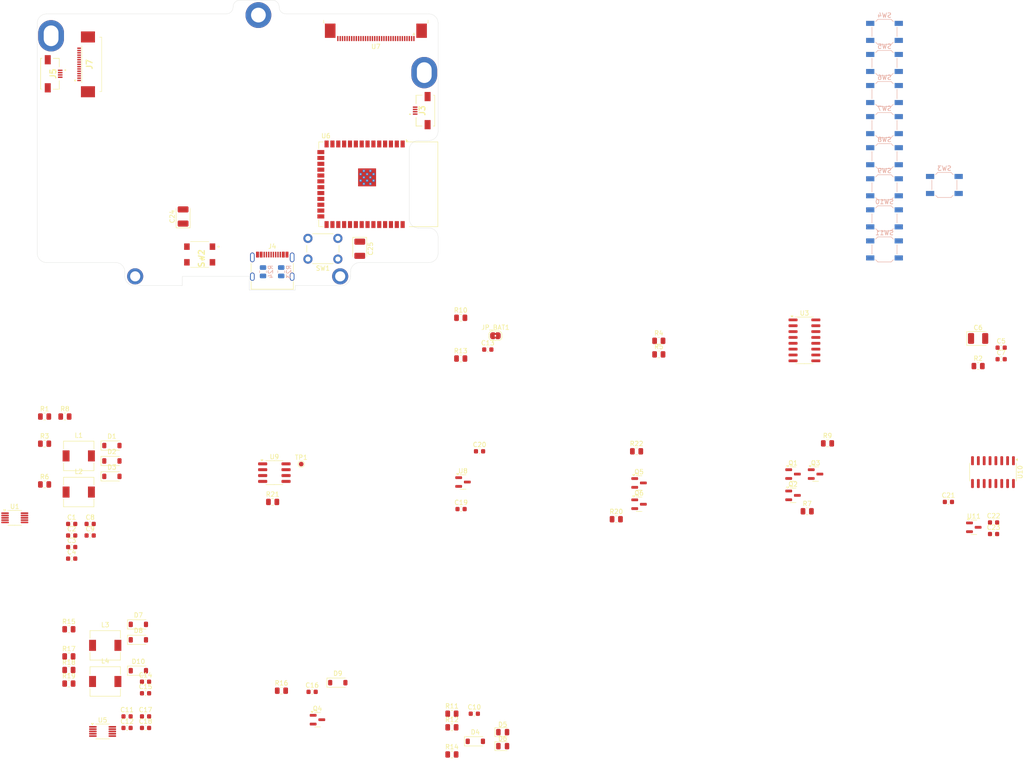
<source format=kicad_pcb>
(kicad_pcb (version 20240108) (generator "pcbnew") (generator_version "8.0")
  (layers (0 "F.Cu" signal) (31 "B.Cu" signal) (34 "B.Paste" user) (35 "F.Paste" user) (36 "B.SilkS" user "B.Silkscreen") (37 "F.SilkS" user "F.Silkscreen") (38 "B.Mask" user) (39 "F.Mask" user) (44 "Edge.Cuts" user))
  (net 0 "")
  (net 1 "Net-(D1-K)")
  (net 2 "GND")
  (net 3 "SW_VIN")
  (net 4 "/-20V")
  (net 5 "/+22V")
  (net 6 "Net-(D4-K)")
  (net 7 "/-15V")
  (net 8 "/15V")
  (net 9 "Net-(D3-A)")
  (net 10 "/CTRL-20V")
  (net 11 "/CTRL+22V")
  (net 12 "/CTRL+15V")
  (net 13 "/CTRL-15V")
  (net 14 "Net-(U1-SW1)")
  (net 15 "Net-(U1-NFB1)")
  (net 16 "/EN")
  (net 17 "/+3.3V")
  (net 18 "Net-(U1-FB2)")
  (net 19 "BAT+")
  (net 20 "Net-(U5-SW1)")
  (net 21 "Net-(D7-K)")
  (net 22 "Net-(C13-Pad2)")
  (net 23 "Net-(U5-NFB1)")
  (net 24 "Net-(U5-FB2)")
  (net 25 "VIN")
  (net 26 "VBUS")
  (net 27 "Net-(D5-K)")
  (net 28 "Net-(D6-K)")
  (net 29 "Net-(D10-A)")
  (net 30 "/A0")
  (net 31 "Net-(Q1-G)")
  (net 32 "Net-(Q2-B)")
  (net 33 "EPD_VDD")
  (net 34 "/~{RTS}")
  (net 35 "Net-(Q5-B)")
  (net 36 "/~{DTR}")
  (net 37 "Net-(Q6-B)")
  (net 38 "/IO0")
  (net 39 "/EP_LE")
  (net 40 "/SMPS_CTRL")
  (net 41 "Net-(U4-~{STDBY})")
  (net 42 "Net-(U4-~{CHRG})")
  (net 43 "Net-(U4-PROG)")
  (net 44 "Net-(R21-Pad2)")
  (net 45 "/EP_VCOM")
  (net 46 "/EP_MODE")
  (net 47 "/EP_STV")
  (net 48 "/EP_OE")
  (net 51 "/EP_CKV")
  (net 55 "/EP_CKH")
  (net 56 "/EP_D2")
  (net 57 "/EP_D4")
  (net 58 "/EP_D1")
  (net 59 "/EP_D3")
  (net 60 "/EP_STH")
  (net 61 "/EP_D5")
  (net 62 "/EP_D0")
  (net 64 "/EP_D6")
  (net 65 "/EP_D7")
  (net 66 "Net-(U9A-+)")
  (net 67 "Net-(U9B--)")
  (net 68 "/+3.3_Serial")
  (net 69 "USB_D+")
  (net 70 "USB_D-")
  (net 71 "Net-(J4-CC2)")
  (net 74 "Net-(J4-CC1)")
  (net 90 "/USB_TXD")
  (net 94 "/USB_RXD")
  (net 98 "Net-(U3-DATA)")
  (net 99 "Net-(U3-CP)")
  (net 101 "/A1")
  (footprint "Resistor_SMD:R_0805_2012Metric" (layer "F.Cu") (at 46.8575 164.65)
    (property "Reference" "R15" (at 0 -1.65 0) (layer "F.SilkS"))
    (property "Value" "110k")
    (pad "1" smd roundrect (at -0.9125 0) (size 1.025 1.4) (layers "F.Cu" "F.Paste" "F.Mask") (roundrect_rratio 0.243902) (net 7 "/-15V"))
    (pad "2" smd roundrect (at 0.9125 0) (size 1.025 1.4) (layers "F.Cu" "F.Paste" "F.Mask") (roundrect_rratio 0.243902) (net 23 "Net-(U5-NFB1)"))
  )
  (footprint "Capacitor_SMD:C_0603_1608Metric" (layer "F.Cu") (at 47.4675 144.29)
    (property "Reference" "C2" (at 0 -1.43 0) (layer "F.SilkS"))
    (property "Value" "4.7uF")
    (pad "1" smd roundrect (at -0.775 0) (size 0.9 0.95) (layers "F.Cu" "F.Paste" "F.Mask") (net 3 "SW_VIN"))
    (pad "2" smd roundrect (at 0.775 0) (size 0.9 0.95) (layers "F.Cu" "F.Paste" "F.Mask") (net 2 "GND"))
  )
  (footprint "LED_SMD:LED_0805_2012Metric" (layer "F.Cu") (at 141.025 187)
    (property "Reference" "D5" (at 0 -1.65 0) (layer "F.SilkS"))
    (property "Value" "LED GREEN")
    (pad "1" smd roundrect (at -0.9375 0) (size 0.975 1.4) (layers "F.Cu" "F.Paste" "F.Mask") (net 27 "Net-(D5-K)"))
    (pad "2" smd roundrect (at 0.9375 0) (size 0.975 1.4) (layers "F.Cu" "F.Paste" "F.Mask") (net 6 "Net-(D4-K)"))
  )
  (footprint "CustomParts:15712621" (layer "F.Cu") (at 75.25 83.25 -90)
    (property "Reference" "SW2" (at 0.85 -0.412999 90) (layer "F.SilkS") (effects (font (size 1.27 1.27) (thickness 0.254))))
    (property "Value" "SW_Push" (hide yes))
    (pad "" np_thru_hole circle (at -1.5 0 270) (size 0.9 0.9) (drill 0.9) (layers "*.Cu" "*.Mask"))
    (pad "" np_thru_hole circle (at 1.5 0 270) (size 0.9 0.9) (drill 0.9) (layers "*.Cu" "*.Mask"))
    (pad "1" smd rect (at -1.7 -2.774999) (size 1.2 1.4) (layers "F.Cu" "F.Paste" "F.Mask") (net 16 "/EN"))
    (pad "1" smd rect (at -1.7 2.774999) (size 1.2 1.4) (layers "F.Cu" "F.Paste" "F.Mask") (net 16 "/EN"))
    (pad "2" smd rect (at 1.7 -2.774999) (size 1.2 1.4) (layers "F.Cu" "F.Paste" "F.Mask") (net 2 "GND"))
    (pad "2" smd rect (at 1.7 2.774999) (size 1.2 1.4) (layers "F.Cu" "F.Paste" "F.Mask") (net 2 "GND"))
  )
  (footprint "Capacitor_SMD:C_0603_1608Metric" (layer "F.Cu") (at 51.4775 141.78)
    (property "Reference" "C8" (at 0 -1.43 0) (layer "F.SilkS"))
    (property "Value" "4.7pF")
    (pad "1" smd roundrect (at -0.775 0) (size 0.9 0.95) (layers "F.Cu" "F.Paste" "F.Mask") (net 18 "Net-(U1-FB2)"))
    (pad "2" smd roundrect (at 0.775 0) (size 0.9 0.95) (layers "F.Cu" "F.Paste" "F.Mask") (net 5 "/+22V"))
  )
  (footprint "" (layer "F.Cu") (at 61.25 88)
    (property "Reference" "" (at 0 0 0) (layer "F.SilkS") (effects (font (size 1.27 1.27))))
    (property "Value" "")
    (pad "1" thru_hole circle (at 0 0) (size 3.5 3.5) (drill 2.2) (layers "*.Cu" "*.Mask"))
  )
  (footprint "Jumper:SolderJumper-2_P1.3mm_Bridged2Bar_RoundedPad1.0x1.5mm" (layer "F.Cu") (at 139.4425 100.9)
    (property "Reference" "JP_BAT1" (at 0 -1.8 0) (layer "F.SilkS"))
    (property "Value" "Jumper")
    (fp_poly (pts (xy -0.25 -0.6) (xy 0.25 -0.6) (xy 0.25 -0.2) (xy -0.25 -0.2)) (fill solid) (layer "F.Cu"))
    (fp_poly (pts (xy -0.25 0.2) (xy 0.25 0.2) (xy 0.25 0.6) (xy -0.25 0.6)) (fill solid) (layer "F.Cu"))
    (pad "1" smd custom (at -0.65 0) (size 1 0.5) (layers "F.Cu" "F.Mask") (net 30 "/A0") (options (clearance outline) (anchor rect)) (primitives (gr_circle (center 0 0.25) (end 0.5 0.25) (width 0) (fill yes)) (gr_circle (center 0 -0.25) (end 0.5 -0.25) (width 0) (fill yes)) (gr_poly (pts (xy 0.5 0.75) (xy 0 0.75) (xy 0 -0.75) (xy 0.5 -0.75)) (width 0) (fill yes))))
    (pad "2" smd custom (at 0.65 0) (size 1 0.5) (layers "F.Cu" "F.Mask") (net 22 "Net-(C13-Pad2)") (options (clearance outline) (anchor rect)) (primitives (gr_circle (center 0 0.25) (end 0.5 0.25) (width 0) (fill yes)) (gr_circle (center 0 -0.25) (end 0.5 -0.25) (width 0) (fill yes)) (gr_poly (pts (xy 0 0.75) (xy -0.5 0.75) (xy -0.5 -0.75) (xy 0 -0.75)) (width 0) (fill yes))))
  )
  (footprint "" (layer "F.Cu") (at 43 35.75)
    (property "Reference" "" (at 0 0 0) (layer "F.SilkS") (effects (font (size 1.27 1.27))))
    (property "Value" "")
    (pad "1" thru_hole oval (at 0 0) (size 5.6 6.8) (drill oval 3.2 4.5) (layers "*.Cu" "*.Mask"))
  )
  (footprint "Resistor_SMD:R_0805_2012Metric" (layer "F.Cu") (at 170.0875 126)
    (property "Reference" "R22" (at 0 -1.65 0) (layer "F.SilkS"))
    (property "Value" "10k")
    (pad "1" smd roundrect (at -0.9125 0) (size 1.025 1.4) (layers "F.Cu" "F.Paste" "F.Mask") (roundrect_rratio 0.243902) (net 37 "Net-(Q6-B)"))
    (pad "2" smd roundrect (at 0.9125 0) (size 1.025 1.4) (layers "F.Cu" "F.Paste" "F.Mask") (roundrect_rratio 0.243902) (net 34 "/~{RTS}"))
  )
  (footprint "Resistor_SMD:R_0805_2012Metric" (layer "F.Cu") (at 41.59 124.35)
    (property "Reference" "R3" (at 0 -1.65 0) (layer "F.SilkS"))
    (property "Value" "39k")
    (pad "1" smd roundrect (at -0.9125 0) (size 1.025 1.4) (layers "F.Cu" "F.Paste" "F.Mask") (roundrect_rratio 0.243902) (net 15 "Net-(U1-NFB1)"))
    (pad "2" smd roundrect (at 0.9125 0) (size 1.025 1.4) (layers "F.Cu" "F.Paste" "F.Mask") (roundrect_rratio 0.243902) (net 2 "GND"))
  )
  (footprint "Resistor_SMD:R_0805_2012Metric" (layer "F.Cu") (at 131.9125 97)
    (property "Reference" "R10" (at 0 -1.65 0) (layer "F.SilkS"))
    (property "Value" "680k")
    (pad "1" smd roundrect (at -0.9125 0) (size 1.025 1.4) (layers "F.Cu" "F.Paste" "F.Mask") (roundrect_rratio 0.243902) (net 25 "VIN"))
    (pad "2" smd roundrect (at 0.9125 0) (size 1.025 1.4) (layers "F.Cu" "F.Paste" "F.Mask") (roundrect_rratio 0.243902) (net 22 "Net-(C13-Pad2)"))
  )
  (footprint "Package_TO_SOT_SMD:SOT-23" (layer "F.Cu") (at 170.6225 137.5)
    (property "Reference" "Q6" (at 0 -2.4 0) (layer "F.SilkS"))
    (property "Value" "MMBT3904")
    (pad "1" smd roundrect (at -0.9375 -0.95) (size 1.475 0.6) (layers "F.Cu" "F.Paste" "F.Mask") (net 37 "Net-(Q6-B)"))
    (pad "2" smd roundrect (at -0.9375 0.95) (size 1.475 0.6) (layers "F.Cu" "F.Paste" "F.Mask") (net 36 "/~{DTR}"))
    (pad "3" smd roundrect (at 0.9375 0) (size 1.475 0.6) (layers "F.Cu" "F.Paste" "F.Mask") (net 38 "/IO0"))
  )
  (footprint "Capacitor_SMD:C_0603_1608Metric" (layer "F.Cu") (at 63.4975 178.56)
    (property "Reference" "C15" (at 0 -1.43 0) (layer "F.SilkS"))
    (property "Value" "1uF")
    (pad "1" smd roundrect (at -0.775 0) (size 0.9 0.95) (layers "F.Cu" "F.Paste" "F.Mask") (net 2 "GND"))
    (pad "2" smd roundrect (at 0.775 0) (size 0.9 0.95) (layers "F.Cu" "F.Paste" "F.Mask") (net 7 "/-15V"))
  )
  (footprint "Capacitor_SMD:C_0603_1608Metric" (layer "F.Cu") (at 247.575 141.46)
    (property "Reference" "C22" (at 0 -1.43 0) (layer "F.SilkS"))
    (property "Value" "1uF")
    (pad "1" smd roundrect (at -0.775 0) (size 0.9 0.95) (layers "F.Cu" "F.Paste" "F.Mask") (net 26 "VBUS"))
    (pad "2" smd roundrect (at 0.775 0) (size 0.9 0.95) (layers "F.Cu" "F.Paste" "F.Mask") (net 2 "GND"))
  )
  (footprint "Capacitor_SMD:C_0603_1608Metric" (layer "F.Cu") (at 63.4975 186.09)
    (property "Reference" "C18" (at 0 -1.43 0) (layer "F.SilkS"))
    (property "Value" "1uF")
    (pad "1" smd roundrect (at -0.775 0) (size 0.9 0.95) (layers "F.Cu" "F.Paste" "F.Mask") (net 2 "GND"))
    (pad "2" smd roundrect (at 0.775 0) (size 0.9 0.95) (layers "F.Cu" "F.Paste" "F.Mask") (net 8 "/15V"))
  )
  (footprint "Package_SO:SOIC-16_3.9x9.9mm_P1.27mm" (layer "F.Cu") (at 206.525 101.905)
    (property "Reference" "U3" (at 0 -5.9 0) (layer "F.SilkS"))
    (property "Value" "74HC4094-normal")
    (pad "1" smd roundrect (at -2.475 -4.445) (size 1.95 0.6) (layers "F.Cu" "F.Paste" "F.Mask") (net 38 "/IO0"))
    (pad "2" smd roundrect (at -2.475 -3.175) (size 1.95 0.6) (layers "F.Cu" "F.Paste" "F.Mask") (net 98 "Net-(U3-DATA)"))
    (pad "3" smd roundrect (at -2.475 -1.905) (size 1.95 0.6) (layers "F.Cu" "F.Paste" "F.Mask") (net 99 "Net-(U3-CP)"))
    (pad "4" smd roundrect (at -2.475 -0.635) (size 1.95 0.6) (layers "F.Cu" "F.Paste" "F.Mask") (net 40 "/SMPS_CTRL"))
    (pad "5" smd roundrect (at -2.475 0.635) (size 1.95 0.6) (layers "F.Cu" "F.Paste" "F.Mask") (net 12 "/CTRL+15V"))
    (pad "6" smd roundrect (at -2.475 1.905) (size 1.95 0.6) (layers "F.Cu" "F.Paste" "F.Mask") (net 13 "/CTRL-15V"))
    (pad "7" smd roundrect (at -2.475 3.175) (size 1.95 0.6) (layers "F.Cu" "F.Paste" "F.Mask") (net 10 "/CTRL-20V"))
    (pad "8" smd roundrect (at -2.475 4.445) (size 1.95 0.6) (layers "F.Cu" "F.Paste" "F.Mask") (net 2 "GND"))
    (pad "9" smd roundrect (at 2.475 4.445) (size 1.95 0.6) (layers "F.Cu" "F.Paste" "F.Mask"))
    (pad "10" smd roundrect (at 2.475 3.175) (size 1.95 0.6) (layers "F.Cu" "F.Paste" "F.Mask"))
    (pad "11" smd roundrect (at 2.475 1.905) (size 1.95 0.6) (layers "F.Cu" "F.Paste" "F.Mask") (net 48 "/EP_OE"))
    (pad "12" smd roundrect (at 2.475 0.635) (size 1.95 0.6) (layers "F.Cu" "F.Paste" "F.Mask") (net 46 "/EP_MODE"))
    (pad "13" smd roundrect (at 2.475 -0.635) (size 1.95 0.6) (layers "F.Cu" "F.Paste" "F.Mask") (net 11 "/CTRL+22V"))
    (pad "14" smd roundrect (at 2.475 -1.905) (size 1.95 0.6) (layers "F.Cu" "F.Paste" "F.Mask") (net 47 "/EP_STV"))
    (pad "15" smd roundrect (at 2.475 -3.175) (size 1.95 0.6) (layers "F.Cu" "F.Paste" "F.Mask") (net 17 "/+3.3V"))
    (pad "16" smd roundrect (at 2.475 -4.445) (size 1.95 0.6) (layers "F.Cu" "F.Paste" "F.Mask") (net 17 "/+3.3V"))
  )
  (footprint "Package_SO:SOP-8_3.76x4.96mm_P1.27mm" (layer "F.Cu") (at 91.4625 130.635)
    (property "Reference" "U9" (at 0 -3.43 0) (layer "F.SilkS"))
    (property "Value" "LM358")
    (pad "1" smd roundrect (at -2.5375 -1.905) (size 1.975 0.65) (layers "F.Cu" "F.Paste" "F.Mask") (net 45 "/EP_VCOM"))
    (pad "2" smd roundrect (at -2.5375 -0.635) (size 1.975 0.65) (layers "F.Cu" "F.Paste" "F.Mask") (net 45 "/EP_VCOM"))
    (pad "3" smd roundrect (at -2.5375 0.635) (size 1.975 0.65) (layers "F.Cu" "F.Paste" "F.Mask") (net 66 "Net-(U9A-+)"))
    (pad "4" smd roundrect (at -2.5375 1.905) (size 1.975 0.65) (layers "F.Cu" "F.Paste" "F.Mask") (net 7 "/-15V"))
    (pad "5" smd roundrect (at 2.5375 1.905) (size 1.975 0.65) (layers "F.Cu" "F.Paste" "F.Mask") (net 2 "GND"))
    (pad "6" smd roundrect (at 2.5375 0.635) (size 1.975 0.65) (layers "F.Cu" "F.Paste" "F.Mask") (net 67 "Net-(U9B--)"))
    (pad "7" smd roundrect (at 2.5375 -0.635) (size 1.975 0.65) (layers "F.Cu" "F.Paste" "F.Mask") (net 67 "Net-(U9B--)"))
    (pad "8" smd roundrect (at 2.5375 -1.905) (size 1.975 0.65) (layers "F.Cu" "F.Paste" "F.Mask") (net 8 "/15V"))
  )
  (footprint "Package_TO_SOT_SMD:SOT-23" (layer "F.Cu") (at 132.41 132.675)
    (property "Reference" "U8" (at 0 -2.4 0) (layer "F.SilkS"))
    (property "Value" "MCP1700-3302E_SOT23")
    (pad "1" smd roundrect (at -0.9375 -0.95) (size 1.475 0.6) (layers "F.Cu" "F.Paste" "F.Mask") (net 2 "GND"))
    (pad "2" smd roundrect (at -0.9375 0.95) (size 1.475 0.6) (layers "F.Cu" "F.Paste" "F.Mask") (net 17 "/+3.3V"))
    (pad "3" smd roundrect (at 0.9375 0) (size 1.475 0.6) (layers "F.Cu" "F.Paste" "F.Mask") (net 25 "VIN"))
  )
  (footprint "Package_TO_SOT_SMD:SOT-23" (layer "F.Cu") (at 204.0475 135.575)
    (property "Reference" "Q2" (at 0 -2.4 0) (layer "F.SilkS"))
    (property "Value" "MMBT3904")
    (pad "1" smd roundrect (at -0.9375 -0.95) (size 1.475 0.6) (layers "F.Cu" "F.Paste" "F.Mask") (net 32 "Net-(Q2-B)"))
    (pad "2" smd roundrect (at -0.9375 0.95) (size 1.475 0.6) (layers "F.Cu" "F.Paste" "F.Mask") (net 2 "GND"))
    (pad "3" smd roundrect (at 0.9375 0) (size 1.475 0.6) (layers "F.Cu" "F.Paste" "F.Mask") (net 31 "Net-(Q1-G)"))
  )
  (footprint "Package_TO_SOT_SMD:SOT-23" (layer "F.Cu") (at 204.0475 130.95)
    (property "Reference" "Q1" (at 0 -2.4 0) (layer "F.SilkS"))
    (property "Value" "AO3401A")
    (pad "1" smd roundrect (at -0.9375 -0.95) (size 1.475 0.6) (layers "F.Cu" "F.Paste" "F.Mask") (net 31 "Net-(Q1-G)"))
    (pad "2" smd roundrect (at -0.9375 0.95) (size 1.475 0.6) (layers "F.Cu" "F.Paste" "F.Mask") (net 25 "VIN"))
    (pad "3" smd roundrect (at 0.9375 0) (size 1.475 0.6) (layers "F.Cu" "F.Paste" "F.Mask") (net 3 "SW_VIN"))
  )
  (footprint "Capacitor_SMD:C_0603_1608Metric" (layer "F.Cu") (at 249.225 106)
    (property "Reference" "C7" (at 0 -1.43 0) (layer "F.SilkS"))
    (property "Value" "1uF")
    (pad "1" smd roundrect (at -0.775 0) (size 0.9 0.95) (layers "F.Cu" "F.Paste" "F.Mask") (net 2 "GND"))
    (pad "2" smd roundrect (at 0.775 0) (size 0.9 0.95) (layers "F.Cu" "F.Paste" "F.Mask") (net 17 "/+3.3V"))
  )
  (footprint "Diode_SMD:D_SOD-123" (layer "F.Cu") (at 56.195 124.75)
    (property "Reference" "D1" (at 0 -2 0) (layer "F.SilkS"))
    (property "Value" "MBR0540")
    (pad "1" smd roundrect (at -1.65 0) (size 0.9 1.2) (layers "F.Cu" "F.Paste" "F.Mask") (net 1 "Net-(D1-K)"))
    (pad "2" smd roundrect (at 1.65 0) (size 0.9 1.2) (layers "F.Cu" "F.Paste" "F.Mask") (net 4 "/-20V"))
  )
  (footprint "Package_TO_SOT_SMD:SOT-23" (layer "F.Cu") (at 243.2875 142.51)
    (property "Reference" "U11" (at 0 -2.4 0) (layer "F.SilkS"))
    (property "Value" "XC6206PxxxMR")
    (pad "1" smd roundrect (at -0.9375 -0.95) (size 1.475 0.6) (layers "F.Cu" "F.Paste" "F.Mask") (net 2 "GND"))
    (pad "2" smd roundrect (at -0.9375 0.95) (size 1.475 0.6) (layers "F.Cu" "F.Paste" "F.Mask") (net 68 "/+3.3_Serial"))
    (pad "3" smd roundrect (at 0.9375 0) (size 1.475 0.6) (layers "F.Cu" "F.Paste" "F.Mask") (net 26 "VBUS"))
  )
  (footprint "Resistor_SMD:R_0805_2012Metric" (layer "F.Cu") (at 211.5325 124.275)
    (property "Reference" "R9" (at 0 -1.65 0) (layer "F.SilkS"))
    (property "Value" "1k")
    (pad "1" smd roundrect (at -0.9125 0) (size 1.025 1.4) (layers "F.Cu" "F.Paste" "F.Mask") (roundrect_rratio 0.243902) (net 32 "Net-(Q2-B)"))
    (pad "2" smd roundrect (at 0.9125 0) (size 1.025 1.4) (layers "F.Cu" "F.Paste" "F.Mask") (roundrect_rratio 0.243902) (net 40 "/SMPS_CTRL"))
  )
  (footprint "Connector_FFC-FPC:TE_3-1734839-4_1x34-1MP_P0.5mm_Horizontal" (layer "F.Cu") (at 113.5 35 180)
    (property "Reference" "U7" (at 0 -3.1 0) (layer "F.SilkS"))
    (property "Value" "~")
    (pad "1" smd rect (at -8.250001 -1.35 180) (size 0.3 1.1) (layers "F.Cu" "F.Paste" "F.Mask") (net 7 "/-15V"))
    (pad "2" smd rect (at -7.75 -1.35 180) (size 0.3 1.1) (layers "F.Cu" "F.Paste" "F.Mask") (net 8 "/15V"))
    (pad "3" smd rect (at -7.25 -1.35 180) (size 0.3 1.1) (layers "F.Cu" "F.Paste" "F.Mask") (net 7 "/-15V"))
    (pad "4" smd rect (at -6.749999 -1.35 180) (size 0.3 1.1) (layers "F.Cu" "F.Paste" "F.Mask") (net 8 "/15V"))
    (pad "5" smd rect (at -6.25 -1.35 180) (size 0.3 1.1) (layers "F.Cu" "F.Paste" "F.Mask") (net 33 "EPD_VDD"))
    (pad "6" smd rect (at -5.75 -1.35 180) (size 0.3 1.1) (layers "F.Cu" "F.Paste" "F.Mask") (net 2 "GND"))
    (pad "7" smd rect (at -5.25 -1.35 180) (size 0.3 1.1) (layers "F.Cu" "F.Paste" "F.Mask") (net 33 "EPD_VDD"))
    (pad "8" smd rect (at -4.75 -1.35 180) (size 0.3 1.1) (layers "F.Cu" "F.Paste" "F.Mask") (net 2 "GND"))
    (pad "9" smd rect (at -4.25 -1.35 180) (size 0.3 1.1) (layers "F.Cu" "F.Paste" "F.Mask") (net 55 "/EP_CKH"))
    (pad "10" smd rect (at -3.75 -1.35 180) (size 0.3 1.1) (layers "F.Cu" "F.Paste" "F.Mask") (net 39 "/EP_LE"))
    (pad "11" smd rect (at -3.250001 -1.35 180) (size 0.3 1.1) (layers "F.Cu" "F.Paste" "F.Mask") (net 48 "/EP_OE"))
    (pad "12" smd rect (at -2.75 -1.35 180) (size 0.3 1.1) (layers "F.Cu" "F.Paste" "F.Mask") (net 60 "/EP_STH"))
    (pad "13" smd rect (at -2.25 -1.35 180) (size 0.3 1.1) (layers "F.Cu" "F.Paste" "F.Mask") (net 62 "/EP_D0"))
    (pad "14" smd rect (at -1.749999 -1.35 180) (size 0.3 1.1) (layers "F.Cu" "F.Paste" "F.Mask") (net 58 "/EP_D1"))
    (pad "15" smd rect (at -1.25 -1.35 180) (size 0.3 1.1) (layers "F.Cu" "F.Paste" "F.Mask") (net 56 "/EP_D2"))
    (pad "16" smd rect (at -0.75 -1.35 180) (size 0.3 1.1) (layers "F.Cu" "F.Paste" "F.Mask") (net 59 "/EP_D3"))
    (pad "17" smd rect (at -0.25 -1.35 180) (size 0.3 1.1) (layers "F.Cu" "F.Paste" "F.Mask") (net 57 "/EP_D4"))
    (pad "18" smd rect (at 0.25 -1.35 180) (size 0.3 1.1) (layers "F.Cu" "F.Paste" "F.Mask") (net 61 "/EP_D5"))
    (pad "19" smd rect (at 0.75 -1.35 180) (size 0.3 1.1) (layers "F.Cu" "F.Paste" "F.Mask") (net 64 "/EP_D6"))
    (pad "20" smd rect (at 1.25 -1.35 180) (size 0.3 1.1) (layers "F.Cu" "F.Paste" "F.Mask") (net 65 "/EP_D7"))
    (pad "21" smd rect (at 1.749999 -1.35 180) (size 0.3 1.1) (layers "F.Cu" "F.Paste" "F.Mask") (net 45 "/EP_VCOM"))
    (pad "22" smd rect (at 2.25 -1.35 180) (size 0.3 1.1) (layers "F.Cu" "F.Paste" "F.Mask"))
    (pad "23" smd rect (at 2.75 -1.35 180) (size 0.3 1.1) (layers "F.Cu" "F.Paste" "F.Mask") (net 45 "/EP_VCOM"))
    (pad "24" smd rect (at 3.250001 -1.35 180) (size 0.3 1.1) (layers "F.Cu" "F.Paste" "F.Mask"))
    (pad "25" smd rect (at 3.75 -1.35 180) (size 0.3 1.1) (layers "F.Cu" "F.Paste" "F.Mask") (net 5 "/+22V"))
    (pad "26" smd rect (at 4.25 -1.35 180) (size 0.3 1.1) (layers "F.Cu" "F.Paste" "F.Mask") (net 46 "/EP_MODE"))
    (pad "27" smd rect (at 4.75 -1.35 180) (size 0.3 1.1) (layers "F.Cu" "F.Paste" "F.Mask") (net 4 "/-20V"))
    (pad "28" smd rect (at 5.25 -1.35 180) (size 0.3 1.1) (layers "F.Cu" "F.Paste" "F.Mask") (net 51 "/EP_CKV"))
    (pad "29" smd rect (at 5.75 -1.35 180) (size 0.3 1.1) (layers "F.Cu" "F.Paste" "F.Mask") (net 4 "/-20V"))
    (pad "30" smd rect (at 6.25 -1.35 180) (size 0.3 1.1) (layers "F.Cu" "F.Paste" "F.Mask") (net 47 "/EP_STV"))
    (pad "31" smd rect (at 6.749999 -1.35 180) (size 0.3 1.1) (layers "F.Cu" "F.Paste" "F.Mask") (net 2 "GND"))
    (pad "32" smd rect (at 7.25 -1.35 180) (size 0.3 1.1) (layers "F.Cu" "F.Paste" "F.Mask") (net 2 "GND"))
    (pad "33" smd rect (at 7.75 -1.35 180) (size 0.3 1.1) (layers "F.Cu" "F.Paste" "F.Mask"))
    (pad "34" smd rect (at 8.250001 -1.35 180) (size 0.3 1.1) (layers "F.Cu" "F.Paste" "F.Mask"))
    (pad "MP" smd rect (at -9.92 0.35 180) (size 2.3 3.1) (layers "F.Cu" "F.Paste" "F.Mask"))
    (pad "MP" smd rect (at 9.92 0.35 180) (size 2.3 3.1) (layers "F.Cu" "F.Paste" "F.Mask"))
  )
  (footprint "Capacitor_SMD:C_0603_1608Metric" (layer "F.Cu") (at 136 126)
    (property "Reference" "C20" (at 0 -1.43 0) (layer "F.SilkS"))
    (property "Value" "10uF")
    (pad "1" smd roundrect (at -0.775 0) (size 0.9 0.95) (layers "F.Cu" "F.Paste" "F.Mask") (net 2 "GND"))
    (pad "2" smd roundrect (at 0.775 0) (size 0.9 0.95) (layers "F.Cu" "F.Paste" "F.Mask") (net 17 "/+3.3V"))
  )
  (footprint "Package_TO_SOT_SMD:SOT-23" (layer "F.Cu") (at 100.82 184.3)
    (property "Reference" "Q4" (at 0 -2.4 0) (layer "F.SilkS"))
    (property "Value" "AO3401A")
    (pad "1" smd roundrect (at -0.9375 -0.95) (size 1.475 0.6) (layers "F.Cu" "F.Paste" "F.Mask") (net 26 "VBUS"))
    (pad "2" smd roundrect (at -0.9375 0.95) (size 1.475 0.6) (layers "F.Cu" "F.Paste" "F.Mask") (net 25 "VIN"))
    (pad "3" smd roundrect (at 0.9375 0) (size 1.475 0.6) (layers "F.Cu" "F.Paste" "F.Mask") (net 19 "BAT+"))
  )
  (footprint "Resistor_SMD:R_0805_2012Metric" (layer "F.Cu") (at 46.8575 173.5)
    (property "Reference" "R18" (at 0 -1.65 0) (layer "F.SilkS"))
    (property "Value" "300k")
    (pad "1" smd roundrect (at -0.9125 0) (size 1.025 1.4) (layers "F.Cu" "F.Paste" "F.Mask") (roundrect_rratio 0.243902) (net 8 "/15V"))
    (pad "2" smd roundrect (at 0.9125 0) (size 1.025 1.4) (layers "F.Cu" "F.Paste" "F.Mask") (roundrect_rratio 0.243902) (net 24 "Net-(U5-FB2)"))
  )
  (footprint "" (layer "F.Cu") (at 124 43.75)
    (property "Reference" "" (at 0 0 0) (layer "F.SilkS") (effects (font (size 1.27 1.27))))
    (property "Value" "")
    (pad "1" thru_hole oval (at 0 0) (size 5.6 6.8) (drill oval 3.2 4.5) (layers "*.Cu" "*.Mask"))
  )
  (footprint "Resistor_SMD:R_0805_2012Metric" (layer "F.Cu") (at 207.1225 139.025)
    (property "Reference" "R7" (at 0 -1.65 0) (layer "F.SilkS"))
    (property "Value" "10k")
    (pad "1" smd roundrect (at -0.9125 0) (size 1.025 1.4) (layers "F.Cu" "F.Paste" "F.Mask") (roundrect_rratio 0.243902) (net 31 "Net-(Q1-G)"))
    (pad "2" smd roundrect (at 0.9125 0) (size 1.025 1.4) (layers "F.Cu" "F.Paste" "F.Mask") (roundrect_rratio 0.243902) (net 25 "VIN"))
  )
  (footprint "Capacitor_SMD:C_0603_1608Metric" (layer "F.Cu") (at 237.775 137)
    (property "Reference" "C21" (at 0 -1.43 0) (layer "F.SilkS"))
    (property "Value" "0.1uF")
    (pad "1" smd roundrect (at -0.775 0) (size 0.9 0.95) (layers "F.Cu" "F.Paste" "F.Mask") (net 68 "/+3.3_Serial"))
    (pad "2" smd roundrect (at 0.775 0) (size 0.9 0.95) (layers "F.Cu" "F.Paste" "F.Mask") (net 2 "GND"))
  )
  (footprint "Capacitor_SMD:C_0603_1608Metric" (layer "F.Cu") (at 51.4775 144.29)
    (property "Reference" "C9" (at 0 -1.43 0) (layer "F.SilkS"))
    (property "Value" "1uF")
    (pad "1" smd roundrect (at -0.775 0) (size 0.9 0.95) (layers "F.Cu" "F.Paste" "F.Mask") (net 2 "GND"))
    (pad "2" smd roundrect (at 0.775 0) (size 0.9 0.95) (layers "F.Cu" "F.Paste" "F.Mask") (net 5 "/+22V"))
  )
  (footprint "Capacitor_SMD:C_0603_1608Metric" (layer "F.Cu") (at 63.4975 176.05)
    (property "Reference" "C14" (at 0 -1.43 0) (layer "F.SilkS"))
    (property "Value" "100pF")
    (pad "1" smd roundrect (at -0.775 0) (size 0.9 0.95) (layers "F.Cu" "F.Paste" "F.Mask") (net 23 "Net-(U5-NFB1)"))
    (pad "2" smd roundrect (at 0.775 0) (size 0.9 0.95) (layers "F.Cu" "F.Paste" "F.Mask") (net 7 "/-15V"))
  )
  (footprint "Resistor_SMD:R_0805_2012Metric" (layer "F.Cu") (at 174.9125 102)
    (property "Reference" "R4" (at 0 -1.65 0) (layer "F.SilkS"))
    (property "Value" "10k")
    (pad "1" smd roundrect (at -0.9125 0) (size 1.025 1.4) (layers "F.Cu" "F.Paste" "F.Mask") (roundrect_rratio 0.243902) (net 17 "/+3.3V"))
    (pad "2" smd roundrect (at 0.9125 0) (size 1.025 1.4) (layers "F.Cu" "F.Paste" "F.Mask") (roundrect_rratio 0.243902) (net 38 "/IO0"))
  )
  (footprint "Resistor_SMD:R_0805_2012Metric" (layer "F.Cu") (at 41.59 118.45)
    (property "Reference" "R1" (at 0 -1.65 0) (layer "F.SilkS"))
    (property "Value" "560k")
    (pad "1" smd roundrect (at -0.9125 0) (size 1.025 1.4) (layers "F.Cu" "F.Paste" "F.Mask") (roundrect_rratio 0.243902) (net 4 "/-20V"))
    (pad "2" smd roundrect (at 0.9125 0) (size 1.025 1.4) (layers "F.Cu" "F.Paste" "F.Mask") (roundrect_rratio 0.243902) (net 15 "Net-(U1-NFB1)"))
  )
  (footprint "Capacitor_SMD:C_0603_1608Metric" (layer "F.Cu") (at 47.4675 149.31)
    (property "Reference" "C4" (at 0 -1.43 0) (layer "F.SilkS"))
    (property "Value" "1uF")
    (pad "1" smd roundrect (at -0.775 0) (size 0.9 0.95) (layers "F.Cu" "F.Paste" "F.Mask") (net 2 "GND"))
    (pad "2" smd roundrect (at 0.775 0) (size 0.9 0.95) (layers "F.Cu" "F.Paste" "F.Mask") (net 4 "/-20V"))
  )
  (footprint "Resistor_SMD:R_0805_2012Metric" (layer "F.Cu") (at 130 185.95)
    (property "Reference" "R12" (at 0 -1.65 0) (layer "F.SilkS"))
    (property "Value" "1k")
    (pad "1" smd roundrect (at -0.9125 0) (size 1.025 1.4) (layers "F.Cu" "F.Paste" "F.Mask") (roundrect_rratio 0.243902) (net 42 "Net-(U4-~{CHRG})"))
    (pad "2" smd roundrect (at 0.9125 0) (size 1.025 1.4) (layers "F.Cu" "F.Paste" "F.Mask") (roundrect_rratio 0.243902) (net 28 "Net-(D6-K)"))
  )
  (footprint "Resistor_SMD:R_0805_2012Metric" (layer "F.Cu") (at 41.59 133.2)
    (property "Reference" "R6" (at 0 -1.65 0) (layer "F.SilkS"))
    (property "Value" "2M")
    (pad "1" smd roundrect (at -0.9125 0) (size 1.025 1.4) (layers "F.Cu" "F.Paste" "F.Mask") (roundrect_rratio 0.243902) (net 5 "/+22V"))
    (pad "2" smd roundrect (at 0.9125 0) (size 1.025 1.4) (layers "F.Cu" "F.Paste" "F.Mask") (roundrect_rratio 0.243902) (net 18 "Net-(U1-FB2)"))
  )
  (footprint "Resistor_SMD:R_0805_2012Metric" (layer "F.Cu") (at 165.6775 140.75)
    (property "Reference" "R20" (at 0 -1.65 0) (layer "F.SilkS"))
    (property "Value" "10k")
    (pad "1" smd roundrect (at -0.9125 0) (size 1.025 1.4) (layers "F.Cu" "F.Paste" "F.Mask") (roundrect_rratio 0.243902) (net 35 "Net-(Q5-B)"))
    (pad "2" smd roundrect (at 0.9125 0) (size 1.025 1.4) (layers "F.Cu" "F.Paste" "F.Mask") (roundrect_rratio 0.243902) (net 36 "/~{DTR}"))
  )
  (footprint "Package_TO_SOT_SMD:SOT-23" (layer "F.Cu") (at 208.9375 130.95)
    (property "Reference" "Q3" (at 0 -2.4 0) (layer "F.SilkS"))
    (property "Value" "AO3401A")
    (pad "1" smd roundrect (at -0.9375 -0.95) (size 1.475 0.6) (layers "F.Cu" "F.Paste" "F.Mask") (net 31 "Net-(Q1-G)"))
    (pad "2" smd roundrect (at -0.9375 0.95) (size 1.475 0.6) (layers "F.Cu" "F.Paste" "F.Mask") (net 17 "/+3.3V"))
    (pad "3" smd roundrect (at 0.9375 0) (size 1.475 0.6) (layers "F.Cu" "F.Paste" "F.Mask") (net 33 "EPD_VDD"))
  )
  (footprint "CustomParts:5051100492" (layer "F.Cu") (at 124.25 52 90)
    (property "Reference" "J3" (at 0 -0.688 90) (layer "F.SilkS") (effects (font (size 1.27 1.27) (thickness 0.254))))
    (property "Value" "Conn_01x04_Socket" (hide yes))
    (pad "1" smd rect (at -0.75 -2.225 90) (size 0.3 1) (layers "F.Cu" "F.Paste" "F.Mask"))
    (pad "2" smd rect (at -0.249999 -2.225 90) (size 0.3 1) (layers "F.Cu" "F.Paste" "F.Mask"))
    (pad "3" smd rect (at 0.25 -2.225001 90) (size 0.3 1) (layers "F.Cu" "F.Paste" "F.Mask"))
    (pad "4" smd rect (at 0.75 -2.225 90) (size 0.3 1) (layers "F.Cu" "F.Paste" "F.Mask"))
    (pad "MP1" smd rect (at -3.05 0.475 180) (size 1.3 2) (layers "F.Cu" "F.Paste" "F.Mask"))
    (pad "MP2" smd rect (at 3.05 0.475 180) (size 1.3 2) (layers "F.Cu" "F.Paste" "F.Mask"))
  )
  (footprint "Package_SO:SOIC-16_3.9x9.9mm_P1.27mm" (layer "F.Cu") (at 247.445 130.525 -90)
    (property "Reference" "U10" (at 0 -5.9 90) (layer "F.SilkS"))
    (property "Value" "CH340C")
    (pad "1" smd roundrect (at -2.475 -4.445 270) (size 1.95 0.6) (layers "F.Cu" "F.Paste" "F.Mask") (net 2 "GND"))
    (pad "2" smd roundrect (at -2.475 -3.175 270) (size 1.95 0.6) (layers "F.Cu" "F.Paste" "F.Mask") (net 90 "/USB_TXD"))
    (pad "3" smd roundrect (at -2.475 -1.905 270) (size 1.95 0.6) (layers "F.Cu" "F.Paste" "F.Mask") (net 94 "/USB_RXD"))
    (pad "4" smd roundrect (at -2.475 -0.635 270) (size 1.95 0.6) (layers "F.Cu" "F.Paste" "F.Mask") (net 68 "/+3.3_Serial"))
    (pad "5" smd roundrect (at -2.475 0.635 270) (size 1.95 0.6) (layers "F.Cu" "F.Paste" "F.Mask") (net 69 "USB_D+"))
    (pad "6" smd roundrect (at -2.475 1.905 270) (size 1.95 0.6) (layers "F.Cu" "F.Paste" "F.Mask") (net 70 "USB_D-"))
    (pad "7" smd roundrect (at -2.475 3.175 270) (size 1.95 0.6) (layers "F.Cu" "F.Paste" "F.Mask"))
    (pad "8" smd roundrect (at -2.475 4.445 270) (size 1.95 0.6) (layers "F.Cu" "F.Paste" "F.Mask"))
    (pad "9" smd roundrect (at 2.475 4.445 270) (size 1.95 0.6) (layers "F.Cu" "F.Paste" "F.Mask"))
    (pad "10" smd roundrect (at 2.475 3.175 270) (size 1.95 0.6) (layers "F.Cu" "F.Paste" "F.Mask"))
    (pad "11" smd roundrect (at 2.475 1.905 270) (size 1.95 0.6) (layers "F.Cu" "F.Paste" "F.Mask"))
    (pad "12" smd roundrect (at 2.475 0.635 270) (size 1.95 0.6) (layers "F.Cu" "F.Paste" "F.Mask"))
    (pad "13" smd roundrect (at 2.475 -0.635 270) (size 1.95 0.6) (layers "F.Cu" "F.Paste" "F.Mask") (net 36 "/~{DTR}"))
    (pad "14" smd roundrect (at 2.475 -1.905 270) (size 1.95 0.6) (layers "F.Cu" "F.Paste" "F.Mask") (net 34 "/~{RTS}"))
    (pad "15" smd roundrect (at 2.475 -3.175 270) (size 1.95 0.6) (layers "F.Cu" "F.Paste" "F.Mask"))
    (pad "16" smd roundrect (at 2.475 -4.445 270) (size 1.95 0.6) (layers "F.Cu" "F.Paste" "F.Mask") (net 68 "/+3.3_Serial"))
  )
  (footprint "Capacitor_SMD:C_0603_1608Metric" (layer "F.Cu") (at 249.225 103.49)
    (property "Reference" "C5" (at 0 -1.43 0) (layer "F.SilkS"))
    (property "Value" "0.1uF")
    (pad "1" smd roundrect (at -0.775 0) (size 0.9 0.95) (layers "F.Cu" "F.Paste" "F.Mask") (net 16 "/EN"))
    (pad "2" smd roundrect (at 0.775 0) (size 0.9 0.95) (layers "F.Cu" "F.Paste" "F.Mask") (net 2 "GND"))
  )
  (footprint "RF_Module:ESP32-S3-WROOM-1" (layer "F.Cu") (at 114.05 68 -90)
    (property "Reference" "U6" (at -10.5 11.4 0) (layer "F.SilkS"))
    (property "Value" "ESP32-S3-WROOM-1")
    (pad "1" smd rect (at -8.75 -5.26 270) (size 1.5 0.9) (layers "F.Cu" "F.Paste" "F.Mask") (net 2 "GND"))
    (pad "2" smd rect (at -8.75 -3.99 270) (size 1.5 0.9) (layers "F.Cu" "F.Paste" "F.Mask") (net 17 "/+3.3V"))
    (pad "3" smd rect (at -8.75 -2.72 270) (size 1.5 0.9) (layers "F.Cu" "F.Paste" "F.Mask") (net 16 "/EN"))
    (pad "4" smd rect (at -8.75 -1.45 270) (size 1.5 0.9) (layers "F.Cu" "F.Paste" "F.Mask") (net 62 "/EP_D0"))
    (pad "5" smd rect (at -8.75 -0.180001 270) (size 1.5 0.9) (layers "F.Cu" "F.Paste" "F.Mask") (net 58 "/EP_D1"))
    (pad "6" smd rect (at -8.75 1.09 270) (size 1.5 0.9) (layers "F.Cu" "F.Paste" "F.Mask") (net 56 "/EP_D2"))
    (pad "7" smd rect (at -8.75 2.36 270) (size 1.5 0.9) (layers "F.Cu" "F.Paste" "F.Mask") (net 59 "/EP_D3"))
    (pad "8" smd rect (at -8.75 3.63 270) (size 1.5 0.9) (layers "F.Cu" "F.Paste" "F.Mask") (net 57 "/EP_D4"))
    (pad "9" smd rect (at -8.75 4.899999 270) (size 1.5 0.9) (layers "F.Cu" "F.Paste" "F.Mask") (net 61 "/EP_D5"))
    (pad "10" smd rect (at -8.75 6.17 270) (size 1.5 0.9) (layers "F.Cu" "F.Paste" "F.Mask") (net 64 "/EP_D6"))
    (pad "11" smd rect (at -8.75 7.44 270) (size 1.5 0.9) (layers "F.Cu" "F.Paste" "F.Mask") (net 65 "/EP_D7"))
    (pad "12" smd rect (at -8.75 8.71 270) (size 1.5 0.9) (layers "F.Cu" "F.Paste" "F.Mask") (net 51 "/EP_CKV"))
    (pad "13" smd rect (at -8.75 9.980001 270) (size 1.5 0.9) (layers "F.Cu" "F.Paste" "F.Mask"))
    (pad "14" smd rect (at -8.75 11.25 90) (size 1.5 0.9) (layers "F.Cu" "F.Paste" "F.Mask"))
    (pad "15" smd rect (at -6.985 12.500001 180) (size 1.5 0.9) (layers "F.Cu" "F.Paste" "F.Mask") (net 55 "/EP_CKH"))
    (pad "16" smd rect (at -5.715 12.5 180) (size 1.5 0.9) (layers "F.Cu" "F.Paste" "F.Mask"))
    (pad "17" smd rect (at -4.445 12.5 180) (size 1.5 0.9) (layers "F.Cu" "F.Paste" "F.Mask") (net 60 "/EP_STH"))
    (pad "18" smd rect (at -3.175001 12.5 180) (size 1.5 0.9) (layers "F.Cu" "F.Paste" "F.Mask") (net 39 "/EP_LE"))
    (pad "19" smd rect (at -1.905 12.500001 180) (size 1.5 0.9) (layers "F.Cu" "F.Paste" "F.Mask"))
    (pad "20" smd rect (at -0.635 12.5 180) (size 1.5 0.9) (layers "F.Cu" "F.Paste" "F.Mask"))
    (pad "21" smd rect (at 0.635 12.5 180) (size 1.5 0.9) (layers "F.Cu" "F.Paste" "F.Mask") (net 99 "Net-(U3-CP)"))
    (pad "22" smd rect (at 1.904999 12.5 180) (size 1.5 0.9) (layers "F.Cu" "F.Paste" "F.Mask") (net 98 "Net-(U3-DATA)"))
    (pad "23" smd rect (at 3.175 12.500001 180) (size 1.5 0.9) (layers "F.Cu" "F.Paste" "F.Mask"))
    (pad "24" smd rect (at 4.445 12.5 180) (size 1.5 0.9) (layers "F.Cu" "F.Paste" "F.Mask"))
    (pad "25" smd rect (at 5.715 12.5 180) (size 1.5 0.9) (layers "F.Cu" "F.Paste" "F.Mask"))
    (pad "26" smd rect (at 6.984999 12.5 180) (size 1.5 0.9) (layers "F.Cu" "F.Paste" "F.Mask"))
    (pad "27" smd rect (at 8.75 11.25 270) (size 1.5 0.9) (layers "F.Cu" "F.Paste" "F.Mask") (net 38 "/IO0"))
    (pad "28" smd rect (at 8.75 9.980001 270) (size 1.5 0.9) (layers "F.Cu" "F.Paste" "F.Mask"))
    (pad "29" smd rect (at 8.75 8.71 270) (size 1.5 0.9) (layers "F.Cu" "F.Paste" "F.Mask"))
    (pad "30" smd rect (at 8.75 7.44 270) (size 1.5 0.9) (layers "F.Cu" "F.Paste" "F.Mask"))
    (pad "31" smd rect (at 8.75 6.17 270) (size 1.5 0.9) (layers "F.Cu" "F.Paste" "F.Mask"))
    (pad "32" smd rect (at 8.75 4.899999 270) (size 1.5 0.9) (layers "F.Cu" "F.Paste" "F.Mask"))
    (pad "33" smd rect (at 8.75 3.63 270) (size 1.5 0.9) (layers "F.Cu" "F.Paste" "F.Mask"))
    (pad "34" smd rect (at 8.75 2.36 270) (size 1.5 0.9) (layers "F.Cu" "F.Paste" "F.Mask"))
    (pad "35" smd rect (at 8.75 1.09 270) (size 1.5 0.9) (layers "F.Cu" "F.Paste" "F.Mask"))
    (pad "36" smd rect (at 8.75 -0.180001 270) (size 1.5 0.9) (layers "F.Cu" "F.Paste" "F.Mask") (net 90 "/USB_TXD"))
    (pad "37" smd rect (at 8.75 -1.45 270) (size 1.5 0.9) (layers "F.Cu" "F.Paste" "F.Mask") (net 94 "/USB_RXD"))
    (pad "38" smd rect (at 8.75 -2.72 270) (size 1.5 0.9) (layers "F.Cu" "F.Paste" "F.Mask") (net 101 "/A1"))
    (pad "39" smd rect (at 8.75 -3.99 270) (size 1.5 0.9) (layers "F.Cu" "F.Paste" "F.Mask") (net 30 "/A0"))
    (pad "40" smd rect (at 8.75 -5.26 270) (size 1.5 0.9) (layers "F.Cu" "F.Paste" "F.Mask") (net 2 "GND"))
    (pad "41" thru_hole circle (at -2.9 1.76) (size 0.6 0.6) (drill 0.2) (property pad_prop_heatsink) (layers "*.Cu" "F.Mask") (net 2 "GND"))
    (pad "41" thru_hole circle (at -2.9 3.16 270) (size 0.6 0.6) (drill 0.2) (property pad_prop_heatsink) (layers "*.Cu" "F.Mask") (net 2 "GND"))
    (pad "41" thru_hole circle (at -2.2 1.06 270) (size 0.6 0.6) (drill 0.2) (property pad_prop_heatsink) (layers "*.Cu" "F.Mask") (net 2 "GND"))
    (pad "41" thru_hole circle (at -2.2 2.46 270) (size 0.6 0.6) (drill 0.2) (property pad_prop_heatsink) (layers "*.Cu" "F.Mask") (net 2 "GND"))
    (pad "41" thru_hole circle (at -2.2 3.86 270) (size 0.6 0.6) (drill 0.2) (property pad_prop_heatsink) (layers "*.Cu" "F.Mask") (net 2 "GND"))
    (pad "41" thru_hole circle (at -1.5 1.76 270) (size 0.6 0.6) (drill 0.2) (property pad_prop_heatsink) (layers "*.Cu" "F.Mask") (net 2 "GND"))
    (pad "41" smd rect (at -1.5 2.46 180) (size 3.9 3.9) (layers "F.Cu" "F.Mask") (net 2 "GND"))
    (pad "41" thru_hole circle (at -1.5 3.16 270) (size 0.6 0.6) (drill 0.2) (property pad_prop_heatsink) (layers "*.Cu" "F.Mask") (net 2 "GND"))
    (pad "41" thru_hole circle (at -0.8 1.06 270) (size 0.6 0.6) (drill 0.2) (property pad_prop_heatsink) (layers "*.Cu" "F.Mask") (net 2 "GND"))
    (pad "41" thru_hole circle (at -0.8 3.86 270) (size 0.6 0.6) (drill 0.2) (property pad_prop_heatsink) (layers "*.Cu" "F.Mask") (net 2 "GND"))
    (pad "41" thru_hole circle (at -0.799999 2.46 270) (size 0.6 0.6) (drill 0.2) (property pad_prop_heatsink) (layers "*.Cu" "F.Mask") (net 2 "GND"))
    (pad "41" thru_hole circle (at -0.100001 1.76 270) (size 0.6 0.6) (drill 0.2) (property pad_prop_heatsink) (layers "*.Cu" "F.Mask") (net 2 "GND"))
    (pad "41" thru_hole circle (at -0.100001 3.16 270) (size 0.6 0.6) (drill 0.2) (property pad_prop_heatsink) (layers "*.Cu" "F.Mask") (net 2 "GND"))
  )
  (footprint "Diode_SMD:D_SOD-123" (layer "F.Cu") (at 61.945 163.6)
    (property "Reference" "D7" (at 0 -2 0) (layer "F.SilkS"))
    (property "Value" "MBR0540")
    (pad "1" smd roundrect (at -1.65 0) (size 0.9 1.2) (layers "F.Cu" "F.Paste" "F.Mask") (net 21 "Net-(D7-K)"))
    (pad "2" smd roundrect (at 1.65 0) (size 0.9 1.2) (layers "F.Cu" "F.Paste" "F.Mask") (net 7 "/-15V"))
  )
  (footprint "Connector_USB:USB_C_Receptacle_G-Switch_GT-USB-7010ASV" (layer "F.Cu") (at 91 87)
    (property "Reference" "J4" (at 0 -5.5 0) (layer "F.SilkS"))
    (property "Value" "USB_C_Receptacle_USB2.0_16P")
    (pad "" np_thru_hole circle (at -2.89 -2.605) (size 0.65 0.65) (drill 0.65) (layers "*.Cu" "*.Mask"))
    (pad "" np_thru_hole circle (at 2.89 -2.605) (size 0.65 0.65) (drill 0.65) (layers "*.Cu" "*.Mask"))
    (pad "A1" smd rect (at -3.2 -3.725) (size 0.6 1.24) (layers "F.Cu" "F.Paste" "F.Mask") (net 2 "GND"))
    (pad "A4" smd rect (at -2.4 -3.725) (size 0.6 1.24) (layers "F.Cu" "F.Paste" "F.Mask") (net 26 "VBUS"))
    (pad "A5" smd rect (at -1.25 -3.725) (size 0.3 1.24) (layers "F.Cu" "F.Paste" "F.Mask") (net 74 "Net-(J4-CC1)"))
    (pad "A6" smd rect (at -0.25 -3.725) (size 0.3 1.24) (layers "F.Cu" "F.Paste" "F.Mask") (net 69 "USB_D+"))
    (pad "A7" smd rect (at 0.25 -3.725) (size 0.3 1.24) (layers "F.Cu" "F.Paste" "F.Mask") (net 70 "USB_D-"))
    (pad "A8" smd rect (at 1.25 -3.725) (size 0.3 1.24) (layers "F.Cu" "F.Paste" "F.Mask"))
    (pad "A9" smd rect (at 2.4 -3.725) (size 0.6 1.24) (layers "F.Cu" "F.Paste" "F.Mask") (net 26 "VBUS"))
    (pad "A12" smd rect (at 3.2 -3.725) (size 0.6 1.24) (layers "F.Cu" "F.Paste" "F.Mask") (net 2 "GND"))
    (pad "B1" smd rect (at 3.2 -3.725) (size 0.6 1.24) (layers "F.Cu" "F.Paste" "F.Mask") (net 2 "GND"))
    (pad "B4" smd rect (at 2.4 -3.725) (size 0.6 1.24) (layers "F.Cu" "F.Paste" "F.Mask") (net 26 "VBUS"))
    (pad "B5" smd rect (at 1.75 -3.725) (size 0.3 1.24) (layers "F.Cu" "F.Paste" "F.Mask") (net 71 "Net-(J4-CC2)"))
    (pad "B6" smd rect (at 0.75 -3.725) (size 0.3 1.24) (layers "F.Cu" "F.Paste" "F.Mask") (net 69 "USB_D+"))
    (pad "B7" smd rect (at -0.75 -3.725) (size 0.3 1.24) (layers "F.Cu" "F.Paste" "F.Mask") (net 70 "USB_D-"))
    (pad "B8" smd rect (at -1.75 -3.725) (size 0.3 1.24) (layers "F.Cu" "F.Paste" "F.Mask"))
    (pad "B9" smd rect (at -2.4 -3.725) (size 0.6 1.24) (layers "F.Cu" "F.Paste" "F.Mask") (net 26 "VBUS"))
    (pad "B12" smd rect (at -3.2 -3.725) (size 0.6 1.24) (layers "F.Cu" "F.Paste" "F.Mask") (net 2 "GND"))
    (pad "S1" thru_hole oval (at -4.32 -3.125) (size 1 2.1) (drill oval 0.6 1.7) (layers "*.Cu" "*.Mask") (net 2 "GND"))
    (pad "S1" thru_hole oval (at -4.32 1.075) (size 1 1.8) (drill oval 0.6 1.4) (layers "*.Cu" "*.Mask") (net 2 "GND"))
    (pad "S1" thru_hole oval (at 4.32 -3.125) (size 1 2.1) (drill oval 0.6 1.7) (layers "*.Cu" "*.Mask") (net 2 "GND"))
    (pad "S1" thru_hole oval (at 4.32 1.075) (size 1 1.8) (drill oval 0.6 1.4) (layers "*.Cu" "*.Mask") (net 2 "GND"))
  )
  (footprint "Inductor_SMD:L_6.3x6.3_H3" (layer "F.Cu") (at 54.75 176)
    (property "Reference" "L4" (at 0 -4.45 0) (layer "F.SilkS"))
    (property "Value" "22uH")
    (pad "1" smd rect (at -2.75 0) (size 1.5 2.4) (layers "F.Cu" "F.Paste" "F.Mask") (net 29 "Net-(D10-A)"))
    (pad "2" smd rect (at 2.75 0) (size 1.5 2.4) (layers "F.Cu" "F.Paste" "F.Mask") (net 3 "SW_VIN"))
  )
  (footprint "Resistor_SMD:R_0805_2012Metric" (layer "F.Cu") (at 46.8575 176.45)
    (property "Reference" "R19" (at 0 -1.65 0) (layer "F.SilkS"))
    (property "Value" "27k")
    (pad "1" smd roundrect (at -0.9125 0) (size 1.025 1.4) (layers "F.Cu" "F.Paste" "F.Mask") (roundrect_rratio 0.243902) (net 24 "Net-(U5-FB2)"))
    (pad "2" smd roundrect (at 0.9125 0) (size 1.025 1.4) (layers "F.Cu" "F.Paste" "F.Mask") (roundrect_rratio 0.243902) (net 2 "GND"))
  )
  (footprint "Capacitor_Tantalum_SMD:CP_EIA-3528-15_AVX-H" (layer "F.Cu") (at 71.65 75 90)
    (property "Reference" "C24" (at 0 -2.35 90) (layer "F.SilkS"))
    (property "Value" "1uF")
    (pad "1" smd roundrect (at -1.5375 0 90) (size 1.325 2.35) (layers "F.Cu" "F.Paste" "F.Mask") (roundrect_rratio 0.188679) (net 2 "GND"))
    (pad "2" smd roundrect (at 1.5375 0 90) (size 1.325 2.35) (layers "F.Cu" "F.Paste" "F.Mask") (roundrect_rratio 0.188679) (net 16 "/EN"))
  )
  (footprint "Capacitor_SMD:C_0603_1608Metric" (layer "F.Cu") (at 59.4875 183.58)
    (property "Reference" "C11" (at 0 -1.43 0) (layer "F.SilkS"))
    (property "Value" "0.1uF")
    (pad "1" smd roundrect (at -0.775 0) (size 0.9 0.95) (layers "F.Cu" "F.Paste" "F.Mask") (net 21 "Net-(D7-K)"))
    (pad "2" smd roundrect (at 0.775 0) (size 0.9 0.95) (layers "F.Cu" "F.Paste" "F.Mask") (net 20 "Net-(U5-SW1)"))
  )
  (footprint "Resistor_SMD:R_0805_2012Metric" (layer "F.Cu") (at 46.8575 170.55)
    (property "Reference" "R17" (at 0 -1.65 0) (layer "F.SilkS"))
    (property "Value" "10k")
    (pad "1" smd roundrect (at -0.9125 0) (size 1.025 1.4) (layers "F.Cu" "F.Paste" "F.Mask") (roundrect_rratio 0.243902) (net 23 "Net-(U5-NFB1)"))
    (pad "2" smd roundrect (at 0.9125 0) (size 1.025 1.4) (layers "F.Cu" "F.Paste" "F.Mask") (roundrect_rratio 0.243902) (net 2 "GND"))
  )
  (footprint "Diode_SMD:D_SOD-123" (layer "F.Cu") (at 56.195 128.1)
    (property "Reference" "D2" (at 0 -2 0) (layer "F.SilkS"))
    (property "Value" "MBR0540")
    (pad "1" smd roundrect (at -1.65 0) (size 0.9 1.2) (layers "F.Cu" "F.Paste" "F.Mask") (net 2 "GND"))
    (pad "2" smd roundrect (at 1.65 0) (size 0.9 1.2) (layers "F.Cu" "F.Paste" "F.Mask") (net 1 "Net-(D1-K)"))
  )
  (footprint "Capacitor_SMD:C_0603_1608Metric" (layer "F.Cu") (at 137.7925 103.9)
    (property "Reference" "C13" (at 0 -1.43 0) (layer "F.SilkS"))
    (property "Value" "0.1uF")
    (pad "1" smd roundrect (at -0.775 0) (size 0.9 0.95) (layers "F.Cu" "F.Paste" "F.Mask") (net 2 "GND"))
    (pad "2" smd roundrect (at 0.775 0) (size 0.9 0.95) (layers "F.Cu" "F.Paste" "F.Mask") (net 22 "Net-(C13-Pad2)"))
  )
  (footprint "Resistor_SMD:R_0805_2012Metric" (layer "F.Cu") (at 130 183)
    (property "Reference" "R11" (at 0 -1.65 0) (layer "F.SilkS"))
    (property "Value" "1k")
    (pad "1" smd roundrect (at -0.9125 0) (size 1.025 1.4) (layers "F.Cu" "F.Paste" "F.Mask") (roundrect_rratio 0.243902) (net 41 "Net-(U4-~{STDBY})"))
    (pad "2" smd roundrect (at 0.9125 0) (size 1.025 1.4) (layers "F.Cu" "F.Paste" "F.Mask") (roundrect_rratio 0.243902) (net 27 "Net-(D5-K)"))
  )
  (footprint "Resistor_SMD:R_0805_2012Metric" (layer "F.Cu") (at 244.225 107.49)
    (property "Reference" "R2" (at 0 -1.65 0) (layer "F.SilkS"))
    (property "Value" "10k")
    (pad "1" smd roundrect (at -0.9125 0) (size 1.025 1.4) (layers "F.Cu" "F.Paste" "F.Mask") (roundrect_rratio 0.243902) (net 17 "/+3.3V"))
    (pad "2" smd roundrect (at 0.9125 0) (size 1.025 1.4) (layers "F.Cu" "F.Paste" "F.Mask") (roundrect_rratio 0.243902) (net 16 "/EN"))
  )
  (footprint "Resistor_SMD:R_0805_2012Metric" (layer "F.Cu") (at 91.0875 137)
    (property "Reference" "R21" (at 0 -1.65 0) (layer "F.SilkS"))
    (property "Value" "390k")
    (pad "1" smd roundrect (at -0.9125 0) (size 1.025 1.4) (layers "F.Cu" "F.Paste" "F.Mask") (roundrect_rratio 0.243902) (net 7 "/-15V"))
    (pad "2" smd roundrect (at 0.9125 0) (size 1.025 1.4) (layers "F.Cu" "F.Paste" "F.Mask") (roundrect_rratio 0.243902) (net 44 "Net-(R21-Pad2)"))
  )
  (footprint "Capacitor_SMD:C_0603_1608Metric" (layer "F.Cu") (at 63.4975 183.58)
    (property "Reference" "C17" (at 0 -1.43 0) (layer "F.SilkS"))
    (property "Value" "4.7pF")
    (pad "1" smd roundrect (at -0.775 0) (size 0.9 0.95) (layers "F.Cu" "F.Paste" "F.Mask") (net 24 "Net-(U5-FB2)"))
    (pad "2" smd roundrect (at 0.775 0) (size 0.9 0.95) (layers "F.Cu" "F.Paste" "F.Mask") (net 8 "/15V"))
  )
  (footprint "Capacitor_Tantalum_SMD:CP_EIA-3528-15_AVX-H" (layer "F.Cu") (at 244.225 101.49)
    (property "Reference" "C6" (at 0 -2.35 0) (layer "F.SilkS"))
    (property "Value" "100uF")
    (pad "1" smd roundrect (at -1.5375 0) (size 1.325 2.35) (layers "F.Cu" "F.Paste" "F.Mask") (roundrect_rratio 0.188679) (net 17 "/+3.3V"))
    (pad "2" smd roundrect (at 1.5375 0) (size 1.325 2.35) (layers "F.Cu" "F.Paste" "F.Mask") (roundrect_rratio 0.188679) (net 2 "GND"))
  )
  (footprint "Capacitor_SMD:C_0603_1608Metric" (layer "F.Cu") (at 59.4875 186.09)
    (property "Reference" "C12" (at 0 -1.43 0) (layer "F.SilkS"))
    (property "Value" "4.7uF")
    (pad "1" smd roundrect (at -0.775 0) (size 0.9 0.95) (layers "F.Cu" "F.Paste" "F.Mask") (net 3 "SW_VIN"))
    (pad "2" smd roundrect (at 0.775 0) (size 0.9 0.95) (layers "F.Cu" "F.Paste" "F.Mask") (net 2 "GND"))
  )
  (footprint "Package_SO:MSOP-10_3x3mm_P0.5mm" (layer "F.Cu") (at 35.1125 140.45)
    (property "Reference" "U1" (at 0 -2.45 0) (layer "F.SilkS"))
    (property "Value" "LT1945")
    (pad "1" smd roundrect (at -2.1125 -1) (size 1.625 0.35) (layers "F.Cu" "F.Paste" "F.Mask") (net 15 "Net-(U1-NFB1)"))
    (pad "2" smd roundrect (at -2.1125 -0.5) (size 1.625 0.35) (layers "F.Cu" "F.Paste" "F.Mask") (net 10 "/CTRL-20V"))
    (pad "3" smd roundrect (at -2.1125 0) (size 1.625 0.35) (layers "F.Cu" "F.Paste" "F.Mask") (net 2 "GND"))
    (pad "4" smd roundrect (at -2.1125 0.5) (size 1.625 0.35) (layers "F.Cu" "F.Paste" "F.Mask") (net 11 "/CTRL+22V"))
    (pad "5" smd roundrect (at -2.1125 1) (size 1.625 0.35) (layers "F.Cu" "F.Paste" "F.Mask") (net 18 "Net-(U1-FB2)"))
    (pad "6" smd roundrect (at 2.1125 1) (size 1.625 0.35) (layers "F.Cu" "F.Paste" "F.Mask") (net 9 "Net-(D3-A)"))
    (pad "7" smd roundrect (at 2.1125 0.5) (size 1.625 0.35) (layers "F.Cu" "F.Paste" "F.Mask") (net 2 "GND"))
    (pad "8" smd roundrect (at 2.1125 0) (size 1.625 0.35) (layers "F.Cu" "F.Paste" "F.Mask") (net 3 "SW_VIN"))
    (pad "9" smd roundrect (at 2.1125 -0.5) (size 1.625 0.35) (layers "F.Cu" "F.Paste" "F.Mask") (net 2 "GND"))
    (pad "10" smd roundrect (at 2.1125 -1) (size 1.625 0.35) (layers "F.Cu" "F.Paste" "F.Mask") (net 14 "Net-(U1-SW1)"))
  )
  (footprint "Diode_SMD:D_SOD-123" (layer "F.Cu") (at 135.0875 189)
    (property "Reference" "D4" (at 0 -2 0) (layer "F.SilkS"))
    (property "Value" "1N5817")
    (pad "1" smd roundrect (at -1.65 0) (size 0.9 1.2) (layers "F.Cu" "F.Paste" "F.Mask") (net 6 "Net-(D4-K)"))
    (pad "2" smd roundrect (at 1.65 0) (size 0.9 1.2) (layers "F.Cu" "F.Paste" "F.Mask") (net 26 "VBUS"))
  )
  (footprint "LED_SMD:LED_0805_2012Metric" (layer "F.Cu") (at 141.025 190.04)
    (property "Reference" "D6" (at 0 -1.65 0) (layer "F.SilkS"))
    (property "Value" "LED RED")
    (pad "1" smd roundrect (at -0.9375 0) (size 0.975 1.4) (layers "F.Cu" "F.Paste" "F.Mask") (net 28 "Net-(D6-K)"))
    (pad "2" smd roundrect (at 0.9375 0) (size 0.975 1.4) (layers "F.Cu" "F.Paste" "F.Mask") (net 6 "Net-(D4-K)"))
  )
  (footprint "Diode_SMD:D_SOD-123" (layer "F.Cu") (at 61.945 166.95)
    (property "Reference" "D8" (at 0 -2 0) (layer "F.SilkS"))
    (property "Value" "MBR0540")
    (pad "1" smd roundrect (at -1.65 0) (size 0.9 1.2) (layers "F.Cu" "F.Paste" "F.Mask") (net 2 "GND"))
    (pad "2" smd roundrect (at 1.65 0) (size 0.9 1.2) (layers "F.Cu" "F.Paste" "F.Mask") (net 21 "Net-(D7-K)"))
  )
  (footprint "Diode_SMD:D_SOD-123" (layer "F.Cu") (at 61.945 173.65)
    (property "Reference" "D10" (at 0 -2 0) (layer "F.SilkS"))
    (property "Value" "MBR0540")
    (pad "1" smd roundrect (at -1.65 0) (size 0.9 1.2) (layers "F.Cu" "F.Paste" "F.Mask") (net 8 "/15V"))
    (pad "2" smd roundrect (at 1.65 0) (size 0.9 1.2) (layers "F.Cu" "F.Paste" "F.Mask") (net 29 "Net-(D10-A)"))
  )
  (footprint "Inductor_SMD:L_6.3x6.3_H3" (layer "F.Cu") (at 49 134.85)
    (property "Reference" "L2" (at 0 -4.45 0) (layer "F.SilkS"))
    (property "Value" "22uH")
    (pad "1" smd rect (at -2.75 0) (size 1.5 2.4) (layers "F.Cu" "F.Paste" "F.Mask") (net 9 "Net-(D3-A)"))
    (pad "2" smd rect (at 2.75 0) (size 1.5 2.4) (layers "F.Cu" "F.Paste" "F.Mask") (net 3 "SW_VIN"))
  )
  (footprint "Package_SO:MSOP-10_3x3mm_P0.5mm" (layer "F.Cu") (at 54.18 186.85)
    (property "Reference" "U5" (at 0 -2.45 0) (layer "F.SilkS"))
    (property "Value" "LT1945")
    (pad "1" smd roundrect (at -2.1125 -1) (size 1.625 0.35) (layers "F.Cu" "F.Paste" "F.Mask") (net 23 "Net-(U5-NFB1)"))
    (pad "2" smd roundrect (at -2.1125 -0.5) (size 1.625 0.35) (layers "F.Cu" "F.Paste" "F.Mask") (net 13 "/CTRL-15V"))
    (pad "3" smd roundrect (at -2.1125 0) (size 1.625 0.35) (layers "F.Cu" "F.Paste" "F.Mask") (net 2 "GND"))
    (pad "4" smd roundrect (at -2.1125 0.5) (size 1.625 0.35) (layers "F.Cu" "F.Paste" "F.Mask") (net 12 "/CTRL+15V"))
    (pad "5" smd roundrect (at -2.1125 1) (size 1.625 0.35) (layers "F.Cu" "F.Paste" "F.Mask") (net 24 "Net-(U5-FB2)"))
    (pad "6" smd roundrect (at 2.1125 1) (size 1.625 0.35) (layers "F.Cu" "F.Paste" "F.Mask") (net 29 "Net-(D10-A)"))
    (pad "7" smd roundrect (at 2.1125 0.5) (size 1.625 0.35) (layers "F.Cu" "F.Paste" "F.Mask") (net 2 "GND"))
    (pad "8" smd roundrect (at 2.1125 0) (size 1.625 0.35) (layers "F.Cu" "F.Paste" "F.Mask") (net 3 "SW_VIN"))
    (pad "9" smd roundrect (at 2.1125 -0.5) (size 1.625 0.35) (layers "F.Cu" "F.Paste" "F.Mask") (net 2 "GND"))
    (pad "10" smd roundrect (at 2.1125 -1) (size 1.625 0.35) (layers "F.Cu" "F.Paste" "F.Mask") (net 20 "Net-(U5-SW1)"))
  )
  (footprint "Package_TO_SOT_SMD:SOT-23" (layer "F.Cu") (at 170.6225 132.875)
    (property "Reference" "Q5" (at 0 -2.4 0) (layer "F.SilkS"))
    (property "Value" "MMBT3904")
    (pad "1" smd roundrect (at -0.9375 -0.95) (size 1.475 0.6) (layers "F.Cu" "F.Paste" "F.Mask") (net 35 "Net-(Q5-B)"))
    (pad "2" smd roundrect (at -0.9375 0.95) (size 1.475 0.6) (layers "F.Cu" "F.Paste" "F.Mask") (net 34 "/~{RTS}"))
    (pad "3" smd roundrect (at 0.9375 0) (size 1.475 0.6) (layers "F.Cu" "F.Paste" "F.Mask") (net 16 "/EN"))
  )
  (footprint "TestPoint:TestPoint_Pad_D1.0mm" (layer "F.Cu") (at 97.2925 128.78)
    (property "Reference" "TP1" (at 0 -1.448 0) (layer "F.SilkS"))
    (property "Value" "TestPoint_Probe")
    (pad "1" smd circle (at 0 0) (size 1 1) (layers "F.Cu" "F.Mask") (net 45 "/EP_VCOM"))
  )
  (footprint "Capacitor_SMD:C_0603_1608Metric" (layer "F.Cu") (at 47.4675 141.78)
    (property "Reference" "C1" (at 0 -1.43 0) (layer "F.SilkS"))
    (property "Value" "0.1uF")
    (pad "1" smd roundrect (at -0.775 0) (size 0.9 0.95) (layers "F.Cu" "F.Paste" "F.Mask") (net 1 "Net-(D1-K)"))
    (pad "2" smd roundrect (at 0.775 0) (size 0.9 0.95) (layers "F.Cu" "F.Paste" "F.Mask") (net 14 "Net-(U1-SW1)"))
  )
  (footprint "Capacitor_SMD:C_0603_1608Metric" (layer "F.Cu") (at 47.4675 146.8)
    (property "Reference" "C3" (at 0 -1.43 0) (layer "F.SilkS"))
    (property "Value" "100pF")
    (pad "1" smd roundrect (at -0.775 0) (size 0.9 0.95) (layers "F.Cu" "F.Paste" "F.Mask") (net 15 "Net-(U1-NFB1)"))
    (pad "2" smd roundrect (at 0.775 0) (size 0.9 0.95) (layers "F.Cu" "F.Paste" "F.Mask") (net 4 "/-20V"))
  )
  (footprint "CustomParts:5051100492" (layer "F.Cu") (at 42.75 44 -90)
    (property "Reference" "J5" (at 0 -0.688 90) (layer "F.SilkS") (effects (font (size 1.27 1.27) (thickness 0.254))))
    (property "Value" "Conn_01x04_Socket" (hide yes))
    (pad "1" smd rect (at -0.75 -2.225 270) (size 0.3 1) (layers "F.Cu" "F.Paste" "F.Mask"))
    (pad "2" smd rect (at -0.249999 -2.225 270) (size 0.3 1) (layers "F.Cu" "F.Paste" "F.Mask"))
    (pad "3" smd rect (at 0.25 -2.225001 270) (size 0.3 1) (layers "F.Cu" "F.Paste" "F.Mask"))
    (pad "4" smd rect (at 0.75 -2.225 270) (size 0.3 1) (layers "F.Cu" "F.Paste" "F.Mask"))
    (pad "MP1" smd rect (at -3.05 0.475) (size 1.3 2) (layers "F.Cu" "F.Paste" "F.Mask"))
    (pad "MP2" smd rect (at 3.05 0.475) (size 1.3 2) (layers "F.Cu" "F.Paste" "F.Mask"))
  )
  (footprint "Resistor_SMD:R_0805_2012Metric" (layer "F.Cu") (at 131.9125 105.85)
    (property "Reference" "R13" (at 0 -1.65 0) (layer "F.SilkS"))
    (property "Value" "150k")
    (pad "1" smd roundrect (at -0.9125 0) (size 1.025 1.4) (layers "F.Cu" "F.Paste" "F.Mask") (roundrect_rratio 0.243902) (net 22 "Net-(C13-Pad2)"))
    (pad "2" smd roundrect (at 0.9125 0) (size 1.025 1.4) (layers "F.Cu" "F.Paste" "F.Mask") (roundrect_rratio 0.243902) (net 2 "GND"))
  )
  (footprint "Diode_SMD:D_SOD-123" (layer "F.Cu") (at 56.195 131.45)
    (property "Reference" "D3" (at 0 -2 0) (layer "F.SilkS"))
    (property "Value" "MBR0540")
    (pad "1" smd roundrect (at -1.65 0) (size 0.9 1.2) (layers "F.Cu" "F.Paste" "F.Mask") (net 5 "/+22V"))
    (pad "2" smd roundrect (at 1.65 0) (size 0.9 1.2) (layers "F.Cu" "F.Paste" "F.Mask") (net 9 "Net-(D3-A)"))
  )
  (footprint "CustomParts:527461571" (layer "F.Cu") (at 51.525 41.95 90)
    (property "Reference" "J7" (at 0 -0.2 90) (layer "F.SilkS") (effects (font (size 1.27 1.27) (thickness 0.254))))
    (property "Value" "52746-1571" (hide yes))
    (pad "1" smd rect (at -3.5 -2.45 90) (size 0.3 0.8) (layers "F.Cu" "F.Paste" "F.Mask"))
    (pad "2" smd rect (at -3 -2.45 90) (size 0.3 0.8) (layers "F.Cu" "F.Paste" "F.Mask"))
    (pad "3" smd rect (at -2.5 -2.45 90) (size 0.3 0.8) (layers "F.Cu" "F.Paste" "F.Mask") (net 19 "BAT+"))
    (pad "4" smd rect (at -2 -2.45 90) (size 0.3 0.8) (layers "F.Cu" "F.Paste" "F.Mask") (net 19 "BAT+"))
    (pad "5" smd rect (at -1.5 -2.45 90) (size 0.3 0.8) (layers "F.Cu" "F.Paste" "F.Mask") (net 19 "BAT+"))
    (pad "6" smd rect (at -1 -2.45 90) (size 0.3 0.8) (layers "F.Cu" "F.Paste" "F.Mask") (net 19 "BAT+"))
    (pad "7" smd rect (at -0.5 -2.45 90) (size 0.3 0.8) (layers "F.Cu" "F.Paste" "F.Mask") (net 19 "BAT+"))
    (pad "8" smd rect (at 0 -2.45 90) (size 0.3 0.8) (layers "F.Cu" "F.Paste" "F.Mask") (net 19 "BAT+"))
    (pad "9" smd rect (at 0.5 -2.45 90) (size 0.3 0.8) (layers "F.Cu" "F.Paste" "F.Mask"))
    (pad "10" smd rect (at 1 -2.45 90) (size 0.3 0.8) (layers "F.Cu" "F.Paste" "F.Mask") (net 2 "GND"))
    (pad "11" smd rect (at 1.5 -2.45 90) (size 0.3 0.8) (layers "F.Cu" "F.Paste" "F.Mask") (net 2 "GND"))
    (pad "12" smd rect (at 2 -2.45 90) (size 0.3 0.8) (layers "F.Cu" "F.Paste" "F.Mask") (net 2 "GND"))
    (pad "13" smd rect (at 2.5 -2.45 90) (size 0.3 0.8) (layers "F.Cu" "F.Paste" "F.Mask") (net 2 "GND"))
    (pad "14" smd rect (at 3 -2.45 90) (size 0.3 0.8) (layers "F.Cu" "F.Paste" "F.Mask") (net 2 "GND"))
    (pad "15" smd rect (at 3.5 -2.45 90) (size 0.3 0.8) (layers "F.Cu" "F.Paste" "F.Mask") (net 2 "GND"))
    (pad "MP1" smd rect (at -5.95 -0.525 90) (size 2.4 3.05) (layers "F.Cu" "F.Paste" "F.Mask"))
    (pad "MP2" smd rect (at 5.95 -0.525 90) (size 2.4 3.05) (layers "F.Cu" "F.Paste" "F.Mask"))
  )
  (footprint "Resistor_SMD:R_0805_2012Metric" (layer "F.Cu") (at 130 191.85)
    (property "Reference" "R14" (at 0 -1.65 0) (layer "F.SilkS"))
    (property "Value" "6.8k")
    (pad "1" smd roundrect (at -0.9125 0) (size 1.025 1.4) (layers "F.Cu" "F.Paste" "F.Mask") (roundrect_rratio 0.243902) (net 2 "GND"))
    (pad "2" smd roundrect (at 0.9125 0) (size 1.025 1.4) (layers "F.Cu" "F.Paste" "F.Mask") (roundrect_rratio 0.243902) (net 43 "Net-(U4-PROG)"))
  )
  (footprint "Resistor_SMD:R_0805_2012Metric" (layer "F.Cu") (at 174.9125 104.95)
    (property "Reference" "R5" (at 0 -1.65 0) (layer "F.SilkS"))
    (property "Value" "10k")
    (pad "1" smd roundrect (at -0.9125 0) (size 1.025 1.4) (layers "F.Cu" "F.Paste" "F.Mask") (roundrect_rratio 0.243902) (net 39 "/EP_LE"))
    (pad "2" smd roundrect (at 0.9125 0) (size 1.025 1.4) (layers "F.Cu" "F.Paste" "F.Mask") (roundrect_rratio 0.243902) (net 2 "GND"))
  )
  (footprint "" (layer "F.Cu") (at 88 31.25)
    (property "Reference" "" (at 0 0 0) (layer "F.SilkS") (effects (font (size 1.27 1.27))))
    (property "Value" "")
    (pad "1" thru_hole circle (at 0 0) (size 5.6 5.6) (drill 3.2) (layers "*.Cu" "*.Mask"))
  )
  (footprint "Inductor_SMD:L_6.3x6.3_H3" (layer "F.Cu") (at 54.75 168.15)
    (property "Reference" "L3" (at 0 -4.45 0) (layer "F.SilkS"))
    (property "Value" "22uH")
    (pad "1" smd rect (at -2.75 0) (size 1.5 2.4) (layers "F.Cu" "F.Paste" "F.Mask") (net 20 "Net-(U5-SW1)"))
    (pad "2" smd rect (at 2.75 0) (size 1.5 2.4) (layers "F.Cu" "F.Paste" "F.Mask") (net 3 "SW_VIN"))
  )
  (footprint "Capacitor_SMD:C_0603_1608Metric" (layer "F.Cu") (at 134.8625 183)
    (property "Reference" "C10" (at 0 -1.43 0) (layer "F.SilkS"))
    (property "Value" "0.1uF")
    (pad "1" smd roundrect (at -0.775 0) (size 0.9 0.95) (layers "F.Cu" "F.Paste" "F.Mask") (net 2 "GND"))
    (pad "2" smd roundrect (at 0.775 0) (size 0.9 0.95) (layers "F.Cu" "F.Paste" "F.Mask") (net 19 "BAT+"))
  )
  (footprint "Button_Switch_THT:SW_PUSH_6mm" (layer "F.Cu") (at 105.25 84.25 180)
    (property "Reference" "SW1" (at 3.25 -2 360) (layer "F.SilkS"))
    (property "Value" "SW_Push")
    (pad "1" thru_hole circle (at 0 0 270) (size 2 2) (drill 1.1) (layers "*.Cu" "*.Mask") (net 2 "GND"))
    (pad "1" thru_hole circle (at 6.5 0 270) (size 2 2) (drill 1.1) (layers "*.Cu" "*.Mask") (net 2 "GND"))
    (pad "2" thru_hole circle (at 0 4.5 270) (size 2 2) (drill 1.1) (layers "*.Cu" "*.Mask") (net 38 "/IO0"))
    (pad "2" thru_hole circle (at 6.5 4.5 270) (size 2 2) (drill 1.1) (layers "*.Cu" "*.Mask") (net 38 "/IO0"))
  )
  (footprint "Capacitor_SMD:C_0603_1608Metric" (layer "F.Cu") (at 131.99 138.55)
    (property "Reference" "C19" (at 0 -1.43 0) (layer "F.SilkS"))
    (property "Value" "10uF")
    (pad "1" smd roundrect (at -0.775 0) (size 0.9 0.95) (layers "F.Cu" "F.Paste" "F.Mask") (net 2 "GND"))
    (pad "2" smd roundrect (at 0.775 0) (size 0.9 0.95) (layers "F.Cu" "F.Paste" "F.Mask") (net 25 "VIN"))
  )
  (footprint "Diode_SMD:D_SOD-123" (layer "F.Cu") (at 105.2325 176.25)
    (property "Reference" "D9" (at 0 -2 0) (layer "F.SilkS"))
    (property "Value" "1N5817")
    (pad "1" smd roundrect (at -1.65 0) (size 0.9 1.2) (layers "F.Cu" "F.Paste" "F.Mask") (net 25 "VIN"))
    (pad "2" smd roundrect (at 1.65 0) (size 0.9 1.2) (layers "F.Cu" "F.Paste" "F.Mask") (net 26 "VBUS"))
  )
  (footprint "" (layer "F.Cu") (at 105.75 88)
    (property "Reference" "" (at 0 0 0) (layer "F.SilkS") (effects (font (size 1.27 1.27))))
    (property "Value" "")
    (pad "1" thru_hole circle (at 0 0) (size 3.5 3.5) (drill 2.2) (layers "*.Cu" "*.Mask"))
  )
  (footprint "Inductor_SMD:L_6.3x6.3_H3" (layer "F.Cu") (at 49 127)
    (property "Reference" "L1" (at 0 -4.45 0) (layer "F.SilkS"))
    (property "Value" "22uH")
    (pad "1" smd rect (at -2.75 0) (size 1.5 2.4) (layers "F.Cu" "F.Paste" "F.Mask") (net 14 "Net-(U1-SW1)"))
    (pad "2" smd rect (at 2.75 0) (size 1.5 2.4) (layers "F.Cu" "F.Paste" "F.Mask") (net 3 "SW_VIN"))
  )
  (footprint "Capacitor_Tantalum_SMD:CP_EIA-3528-15_AVX-H" (layer "F.Cu") (at 110 82 -90)
    (property "Reference" "C25" (at 0 -2.35 90) (layer "F.SilkS"))
    (property "Value" "1uF")
    (pad "1" smd roundrect (at -1.5375 0 270) (size 1.325 2.35) (layers "F.Cu" "F.Paste" "F.Mask") (roundrect_rratio 0.188679) (net 38 "/IO0"))
    (pad "2" smd roundrect (at 1.5375 0 270) (size 1.325 2.35) (layers "F.Cu" "F.Paste" "F.Mask") (roundrect_rratio 0.188679) (net 2 "GND"))
  )
  (footprint "Capacitor_SMD:C_0603_1608Metric" (layer "F.Cu") (at 247.575 143.97)
    (property "Reference" "C23" (at 0 -1.43 0) (layer "F.SilkS"))
    (property "Value" "1uF")
    (pad "1" smd roundrect (at -0.775 0) (size 0.9 0.95) (layers "F.Cu" "F.Paste" "F.Mask") (net 2 "GND"))
    (pad "2" smd roundrect (at 0.775 0) (size 0.9 0.95) (layers "F.Cu" "F.Paste" "F.Mask") (net 68 "/+3.3_Serial"))
  )
  (footprint "Resistor_SMD:R_0805_2012Metric" (layer "F.Cu") (at 93 178)
    (property "Reference" "R16" (at 0 -1.65 0) (layer "F.SilkS"))
    (property "Value" "100k")
    (pad "1" smd roundrect (at -0.9125 0) (size 1.025 1.4) (layers "F.Cu" "F.Paste" "F.Mask") (roundrect_rratio 0.243902) (net 2 "GND"))
    (pad "2" smd roundrect (at 0.9125 0) (size 1.025 1.4) (layers "F.Cu" "F.Paste" "F.Mask") (roundrect_rratio 0.243902) (net 26 "VBUS"))
  )
  (footprint "Resistor_SMD:R_0805_2012Metric" (layer "F.Cu") (at 46 118.45)
    (property "Reference" "R8" (at 0 -1.65 0) (layer "F.SilkS"))
    (property "Value" "120k")
    (pad "1" smd roundrect (at -0.9125 0) (size 1.025 1.4) (layers "F.Cu" "F.Paste" "F.Mask") (roundrect_rratio 0.243902) (net 18 "Net-(U1-FB2)"))
    (pad "2" smd roundrect (at 0.9125 0) (size 1.025 1.4) (layers "F.Cu" "F.Paste" "F.Mask") (roundrect_rratio 0.243902) (net 2 "GND"))
  )
  (footprint "Capacitor_SMD:C_0603_1608Metric" (layer "F.Cu") (at 99.6575 178.25)
    (property "Reference" "C16" (at 0 -1.43 0) (layer "F.SilkS"))
    (property "Value" "10uF")
    (pad "1" smd roundrect (at -0.775 0) (size 0.9 0.95) (layers "F.Cu" "F.Paste" "F.Mask") (net 19 "BAT+"))
    (pad "2" smd roundrect (at 0.775 0) (size 0.9 0.95) (layers "F.Cu" "F.Paste" "F.Mask") (net 2 "GND"))
  )
  (footprint "Button_Switch_SMD:SW_SPST_SKQG_WithStem" (layer "B.Cu") (at 223.9 41.65 180)
    (property "Reference" "SW5" (at 0 3.6 0) (layer "B.SilkS") (effects (justify mirror)))
    (property "Value" "SW_Push")
    (pad "1" smd rect (at -3.1 1.85 180) (size 1.8 1.1) (layers "B.Cu" "B.Paste" "B.Mask"))
    (pad "1" smd rect (at 3.1 1.85 180) (size 1.8 1.1) (layers "B.Cu" "B.Paste" "B.Mask"))
    (pad "2" smd rect (at -3.1 -1.85 180) (size 1.8 1.1) (layers "B.Cu" "B.Paste" "B.Mask"))
    (pad "2" smd rect (at 3.1 -1.85 180) (size 1.8 1.1) (layers "B.Cu" "B.Paste" "B.Mask"))
  )
  (footprint "Button_Switch_SMD:SW_SPST_SKQG_WithStem" (layer "B.Cu") (at 223.9 34.9 180)
    (property "Reference" "SW4" (at 0 3.6 0) (layer "B.SilkS") (effects (justify mirror)))
    (property "Value" "SW_Push")
    (pad "1" smd rect (at -3.1 1.85 180) (size 1.8 1.1) (layers "B.Cu" "B.Paste" "B.Mask"))
    (pad "1" smd rect (at 3.1 1.85 180) (size 1.8 1.1) (layers "B.Cu" "B.Paste" "B.Mask"))
    (pad "2" smd rect (at -3.1 -1.85 180) (size 1.8 1.1) (layers "B.Cu" "B.Paste" "B.Mask"))
    (pad "2" smd rect (at 3.1 -1.85 180) (size 1.8 1.1) (layers "B.Cu" "B.Paste" "B.Mask"))
  )
  (footprint "Button_Switch_SMD:SW_SPST_SKQG_WithStem" (layer "B.Cu") (at 236.9 68.15 180)
    (property "Reference" "SW3" (at 0 3.6 0) (layer "B.SilkS") (effects (justify mirror)))
    (property "Value" "SW_Push")
    (pad "1" smd rect (at -3.1 1.85 180) (size 1.8 1.1) (layers "B.Cu" "B.Paste" "B.Mask"))
    (pad "1" smd rect (at 3.1 1.85 180) (size 1.8 1.1) (layers "B.Cu" "B.Paste" "B.Mask"))
    (pad "2" smd rect (at -3.1 -1.85 180) (size 1.8 1.1) (layers "B.Cu" "B.Paste" "B.Mask"))
    (pad "2" smd rect (at 3.1 -1.85 180) (size 1.8 1.1) (layers "B.Cu" "B.Paste" "B.Mask"))
  )
  (footprint "Button_Switch_SMD:SW_SPST_SKQG_WithStem" (layer "B.Cu") (at 223.9 68.65 180)
    (property "Reference" "SW9" (at 0 3.6 0) (layer "B.SilkS") (effects (justify mirror)))
    (property "Value" "SW_Push")
    (pad "1" smd rect (at -3.1 1.85 180) (size 1.8 1.1) (layers "B.Cu" "B.Paste" "B.Mask"))
    (pad "1" smd rect (at 3.1 1.85 180) (size 1.8 1.1) (layers "B.Cu" "B.Paste" "B.Mask"))
    (pad "2" smd rect (at -3.1 -1.85 180) (size 1.8 1.1) (layers "B.Cu" "B.Paste" "B.Mask"))
    (pad "2" smd rect (at 3.1 -1.85 180) (size 1.8 1.1) (layers "B.Cu" "B.Paste" "B.Mask"))
  )
  (footprint "Button_Switch_SMD:SW_SPST_SKQG_WithStem" (layer "B.Cu") (at 223.9 82.15 180)
    (property "Reference" "SW11" (at 0 3.6 0) (layer "B.SilkS") (effects (justify mirror)))
    (property "Value" "SW_Push")
    (pad "1" smd rect (at -3.1 1.85 180) (size 1.8 1.1) (layers "B.Cu" "B.Paste" "B.Mask"))
    (pad "1" smd rect (at 3.1 1.85 180) (size 1.8 1.1) (layers "B.Cu" "B.Paste" "B.Mask"))
    (pad "2" smd rect (at -3.1 -1.85 180) (size 1.8 1.1) (layers "B.Cu" "B.Paste" "B.Mask"))
    (pad "2" smd rect (at 3.1 -1.85 180) (size 1.8 1.1) (layers "B.Cu" "B.Paste" "B.Mask"))
  )
  (footprint "Resistor_SMD:R_0805_2012Metric" (layer "B.Cu") (at 89 87 90)
    (property "Reference" "R24" (at 0 1.65 90) (layer "B.SilkS") (effects (justify mirror)))
    (property "Value" "5.1k")
    (pad "1" smd roundrect (at -0.9125 0 90) (size 1.025 1.4) (layers "B.Cu" "B.Paste" "B.Mask") (roundrect_rratio 0.243902) (net 2 "GND"))
    (pad "2" smd roundrect (at 0.9125 0 90) (size 1.025 1.4) (layers "B.Cu" "B.Paste" "B.Mask") (roundrect_rratio 0.243902) (net 74 "Net-(J4-CC1)"))
  )
  (footprint "Button_Switch_SMD:SW_SPST_SKQG_WithStem" (layer "B.Cu") (at 223.9 61.9 180)
    (property "Reference" "SW8" (at 0 3.6 0) (layer "B.SilkS") (effects (justify mirror)))
    (property "Value" "SW_Push")
    (pad "1" smd rect (at -3.1 1.85 180) (size 1.8 1.1) (layers "B.Cu" "B.Paste" "B.Mask"))
    (pad "1" smd rect (at 3.1 1.85 180) (size 1.8 1.1) (layers "B.Cu" "B.Paste" "B.Mask"))
    (pad "2" smd rect (at -3.1 -1.85 180) (size 1.8 1.1) (layers "B.Cu" "B.Paste" "B.Mask"))
    (pad "2" smd rect (at 3.1 -1.85 180) (size 1.8 1.1) (layers "B.Cu" "B.Paste" "B.Mask"))
  )
  (footprint "Button_Switch_SMD:SW_SPST_SKQG_WithStem" (layer "B.Cu") (at 223.9 48.4 180)
    (property "Reference" "SW6" (at 0 3.6 0) (layer "B.SilkS") (effects (justify mirror)))
    (property "Value" "SW_Push")
    (pad "1" smd rect (at -3.1 1.85 180) (size 1.8 1.1) (layers "B.Cu" "B.Paste" "B.Mask"))
    (pad "1" smd rect (at 3.1 1.85 180) (size 1.8 1.1) (layers "B.Cu" "B.Paste" "B.Mask"))
    (pad "2" smd rect (at -3.1 -1.85 180) (size 1.8 1.1) (layers "B.Cu" "B.Paste" "B.Mask"))
    (pad "2" smd rect (at 3.1 -1.85 180) (size 1.8 1.1) (layers "B.Cu" "B.Paste" "B.Mask"))
  )
  (footprint "Button_Switch_SMD:SW_SPST_SKQG_WithStem" (layer "B.Cu") (at 223.9 55.15 180)
    (property "Reference" "SW7" (at 0 3.6 0) (layer "B.SilkS") (effects (justify mirror)))
    (property "Value" "SW_Push")
    (pad "1" smd rect (at -3.1 1.85 180) (size 1.8 1.1) (layers "B.Cu" "B.Paste" "B.Mask"))
    (pad "1" smd rect (at 3.1 1.85 180) (size 1.8 1.1) (layers "B.Cu" "B.Paste" "B.Mask"))
    (pad "2" smd rect (at -3.1 -1.85 180) (size 1.8 1.1) (layers "B.Cu" "B.Paste" "B.Mask"))
    (pad "2" smd rect (at 3.1 -1.85 180) (size 1.8 1.1) (layers "B.Cu" "B.Paste" "B.Mask"))
  )
  (footprint "Button_Switch_SMD:SW_SPST_SKQG_WithStem" (layer "B.Cu") (at 223.9 75.4 180)
    (property "Reference" "SW10" (at 0 3.6 0) (layer "B.SilkS") (effects (justify mirror)))
    (property "Value" "SW_Push")
    (pad "1" smd rect (at -3.1 1.85 180) (size 1.8 1.1) (layers "B.Cu" "B.Paste" "B.Mask"))
    (pad "1" smd rect (at 3.1 1.85 180) (size 1.8 1.1) (layers "B.Cu" "B.Paste" "B.Mask"))
    (pad "2" smd rect (at -3.1 -1.85 180) (size 1.8 1.1) (layers "B.Cu" "B.Paste" "B.Mask"))
    (pad "2" smd rect (at 3.1 -1.85 180) (size 1.8 1.1) (layers "B.Cu" "B.Paste" "B.Mask"))
  )
  (footprint "Resistor_SMD:R_0805_2012Metric" (layer "B.Cu") (at 92.95 87 90)
    (property "Reference" "R23" (at 0 1.65 90) (layer "B.SilkS") (effects (justify mirror)))
    (property "Value" "5.1k")
    (pad "1" smd roundrect (at -0.9125 0 90) (size 1.025 1.4) (layers "B.Cu" "B.Paste" "B.Mask") (roundrect_rratio 0.243902) (net 2 "GND"))
    (pad "2" smd roundrect (at 0.9125 0 90) (size 1.025 1.4) (layers "B.Cu" "B.Paste" "B.Mask") (roundrect_rratio 0.243902) (net 71 "Net-(J4-CC2)"))
  )
  (gr_arc (start 91 28) (mid 92.06066 28.43934) (end 92.5 29.5) (stroke (width 0.05)) (layer "Edge.Cuts"))
  (gr_line (start 42 85) (end 57 85) (stroke (width 0.05)) (layer "Edge.Cuts"))
  (gr_arc (start 82.5 29.5) (mid 82.93934 28.43934) (end 84 28) (stroke (width 0.05)) (layer "Edge.Cuts"))
  (gr_arc (start 127 83) (mid 126.414214 84.414214) (end 125 85) (stroke (width 0.05)) (layer "Edge.Cuts"))
  (gr_arc (start 122.75 77.5) (mid 121.335786 76.914214) (end 120.75 75.5) (stroke (width 0.05)) (layer "Edge.Cuts"))
  (gr_line (start 127 79.5) (end 127 83) (stroke (width 0.05)) (layer "Edge.Cuts"))
  (gr_arc (start 108 88) (mid 107.414214 89.414214) (end 106 90) (stroke (width 0.05)) (layer "Edge.Cuts"))
  (gr_line (start 59 87) (end 59 88) (stroke (width 0.05)) (layer "Edge.Cuts"))
  (gr_arc (start 125 31) (mid 126.414214 31.585786) (end 127 33) (stroke (width 0.05)) (layer "Edge.Cuts"))
  (gr_arc (start 82.5 29.5) (mid 82.06066 30.56066) (end 81 31) (stroke (width 0.05)) (layer "Edge.Cuts"))
  (gr_line (start 71.5 88) (end 86 88) (stroke (width 0.05)) (layer "Edge.Cuts"))
  (gr_line (start 127 33) (end 127 56.500001) (stroke (width 0.05)) (layer "Edge.Cuts"))
  (gr_line (start 96 91) (end 96 90) (stroke (width 0.05)) (layer "Edge.Cuts"))
  (gr_line (start 40 33) (end 40 83) (stroke (width 0.05)) (layer "Edge.Cuts"))
  (gr_arc (start 42 85) (mid 40.585786 84.414214) (end 40 83) (stroke (width 0.05)) (layer "Edge.Cuts"))
  (gr_arc (start 40 33) (mid 40.585786 31.585786) (end 42 31) (stroke (width 0.05)) (layer "Edge.Cuts"))
  (gr_line (start 108 87) (end 108 88) (stroke (width 0.05)) (layer "Edge.Cuts"))
  (gr_line (start 110 85) (end 125 85) (stroke (width 0.05)) (layer "Edge.Cuts"))
  (gr_arc (start 94 31) (mid 92.93934 30.56066) (end 92.5 29.5) (stroke (width 0.05)) (layer "Edge.Cuts"))
  (gr_line (start 125 58.500001) (end 122.75 58.500001) (stroke (width 0.05)) (layer "Edge.Cuts"))
  (gr_line (start 86 91) (end 86 88) (stroke (width 0.05)) (layer "Edge.Cuts"))
  (gr_line (start 125 31) (end 94 31) (stroke (width 0.05)) (layer "Edge.Cuts"))
  (gr_line (start 61 90) (end 71.5 90) (stroke (width 0.05)) (layer "Edge.Cuts"))
  (gr_arc (start 120.75 60.500001) (mid 121.335786 59.085787) (end 122.75 58.500001) (stroke (width 0.05)) (layer "Edge.Cuts"))
  (gr_arc (start 127 56.500001) (mid 126.414213 57.914214) (end 125 58.500001) (stroke (width 0.05)) (layer "Edge.Cuts"))
  (gr_arc (start 61 90) (mid 59.585786 89.414214) (end 59 88) (stroke (width 0.05)) (layer "Edge.Cuts"))
  (gr_line (start 96 91) (end 86 91) (stroke (width 0.05)) (layer "Edge.Cuts"))
  (gr_arc (start 57 85) (mid 58.414214 85.585786) (end 59 87) (stroke (width 0.05)) (layer "Edge.Cuts"))
  (gr_line (start 125 77.5) (end 122.75 77.5) (stroke (width 0.05)) (layer "Edge.Cuts"))
  (gr_line (start 42 31) (end 81 31) (stroke (width 0.05)) (layer "Edge.Cuts"))
  (gr_line (start 71.5 88) (end 71.5 90) (stroke (width 0.05)) (layer "Edge.Cuts"))
  (gr_arc (start 125 77.5) (mid 126.414214 78.085786) (end 127 79.5) (stroke (width 0.05)) (layer "Edge.Cuts"))
  (gr_line (start 84 28) (end 91 28) (stroke (width 0.05)) (layer "Edge.Cuts"))
  (gr_arc (start 108 87) (mid 108.585786 85.585786) (end 110 85) (stroke (width 0.05)) (layer "Edge.Cuts"))
  (gr_line (start 120.75 75.5) (end 120.75 60.500001) (stroke (width 0.05)) (layer "Edge.Cuts"))
  (gr_line (start 106 90) (end 96 90) (stroke (width 0.05)) (layer "Edge.Cuts"))
)
</source>
